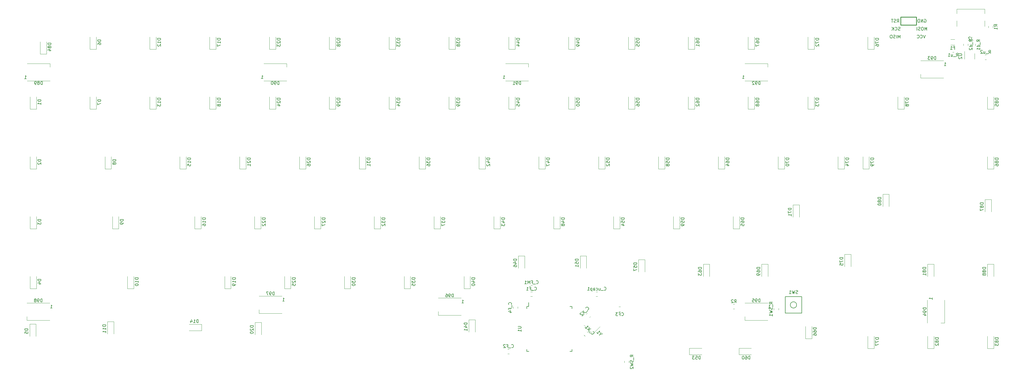
<source format=gbr>
%TF.GenerationSoftware,KiCad,Pcbnew,(5.1.9)-1*%
%TF.CreationDate,2021-05-13T20:29:08-04:00*%
%TF.ProjectId,rnm-75E,726e6d2d-3735-4452-9e6b-696361645f70,rev?*%
%TF.SameCoordinates,Original*%
%TF.FileFunction,Legend,Bot*%
%TF.FilePolarity,Positive*%
%FSLAX46Y46*%
G04 Gerber Fmt 4.6, Leading zero omitted, Abs format (unit mm)*
G04 Created by KiCad (PCBNEW (5.1.9)-1) date 2021-05-13 20:29:08*
%MOMM*%
%LPD*%
G01*
G04 APERTURE LIST*
%ADD10C,0.120000*%
%ADD11C,0.150000*%
%ADD12C,0.250000*%
G04 APERTURE END LIST*
D10*
%TO.C,C_X2*%
X254906761Y-186613792D02*
X254537294Y-186983259D01*
X255946208Y-187653239D02*
X255576741Y-188022706D01*
%TO.C,U2*%
X378210000Y-104010000D02*
X378210000Y-105810000D01*
X374990000Y-105810000D02*
X374990000Y-103360000D01*
D11*
%TO.C,U1*%
X235655000Y-184525000D02*
X236230000Y-184525000D01*
X235655000Y-198875000D02*
X236330000Y-198875000D01*
X250005000Y-198875000D02*
X249330000Y-198875000D01*
X250005000Y-184525000D02*
X249330000Y-184525000D01*
X235655000Y-184525000D02*
X235655000Y-185200000D01*
X250005000Y-184525000D02*
X250005000Y-185200000D01*
X250005000Y-198875000D02*
X250005000Y-198200000D01*
X235655000Y-198875000D02*
X235655000Y-198200000D01*
X236230000Y-184525000D02*
X236230000Y-183250000D01*
D12*
%TO.C,J1*%
X354687500Y-92452500D02*
X354687500Y-94952500D01*
X359687500Y-92452500D02*
X354687500Y-92452500D01*
X359687500Y-94952500D02*
X359687500Y-92452500D01*
X354687500Y-94952500D02*
X359687500Y-94952500D01*
D10*
%TO.C,J2*%
X372497750Y-95412000D02*
X372497750Y-93612000D01*
X372497750Y-89902000D02*
X372497750Y-91362000D01*
X381437750Y-89902000D02*
X381437750Y-91362000D01*
X381437750Y-95412000D02*
X381437750Y-93612000D01*
X381437750Y-89902000D02*
X372497750Y-89902000D01*
%TO.C,R2*%
X301788564Y-183859500D02*
X301334436Y-183859500D01*
X301788564Y-185329500D02*
X301334436Y-185329500D01*
%TO.C,C_FM1*%
X237372752Y-179297000D02*
X236850248Y-179297000D01*
X237372752Y-177827000D02*
X236850248Y-177827000D01*
%TO.C,Y1*%
X258962190Y-190937987D02*
X256628737Y-193271440D01*
X256628737Y-193271440D02*
X253800310Y-190443013D01*
D11*
%TO.C,SW1*%
X321536500Y-184063250D02*
G75*
G03*
X321536500Y-184063250I-1000000J0D01*
G01*
X317936500Y-181463250D02*
X317936500Y-186663250D01*
X323136500Y-181463250D02*
X317936500Y-181463250D01*
X323136500Y-186663250D02*
X323136500Y-181463250D01*
X317936500Y-186663250D02*
X323136500Y-186663250D01*
D10*
%TO.C,R_u2*%
X381957314Y-104484500D02*
X381503186Y-104484500D01*
X381957314Y-105954500D02*
X381503186Y-105954500D01*
%TO.C,R_u1*%
X371184436Y-103573250D02*
X371638564Y-103573250D01*
X371184436Y-102103250D02*
X371638564Y-102103250D01*
%TO.C,R_SW2*%
X266695250Y-202402814D02*
X266695250Y-201948686D01*
X268165250Y-202402814D02*
X268165250Y-201948686D01*
%TO.C,R_SW1*%
X315790250Y-185161186D02*
X315790250Y-185615314D01*
X314320250Y-185161186D02*
X314320250Y-185615314D01*
%TO.C,R_d2*%
X376115250Y-101477814D02*
X376115250Y-101023686D01*
X374645250Y-101477814D02*
X374645250Y-101023686D01*
%TO.C,R_d1*%
X378496500Y-101477814D02*
X378496500Y-101023686D01*
X377026500Y-101477814D02*
X377026500Y-101023686D01*
%TO.C,R1*%
X384052750Y-95802814D02*
X384052750Y-95348686D01*
X382582750Y-95802814D02*
X382582750Y-95348686D01*
%TO.C,F1*%
X370621936Y-99547000D02*
X371826064Y-99547000D01*
X370621936Y-101367000D02*
X371826064Y-101367000D01*
%TO.C,D98*%
X83755250Y-183432000D02*
X76455250Y-183432000D01*
X83755250Y-188932000D02*
X76455250Y-188932000D01*
X76455250Y-188932000D02*
X76455250Y-187782000D01*
%TO.C,D97*%
X150364000Y-186722000D02*
X150364000Y-185572000D01*
X157664000Y-186722000D02*
X150364000Y-186722000D01*
X157664000Y-181222000D02*
X150364000Y-181222000D01*
%TO.C,D96*%
X207424000Y-187344500D02*
X207424000Y-186194500D01*
X214724000Y-187344500D02*
X207424000Y-187344500D01*
X214724000Y-181844500D02*
X207424000Y-181844500D01*
%TO.C,D95*%
X305055250Y-188932000D02*
X305055250Y-187782000D01*
X312355250Y-188932000D02*
X305055250Y-188932000D01*
X312355250Y-183432000D02*
X305055250Y-183432000D01*
%TO.C,D94*%
X368605250Y-189832000D02*
X367455250Y-189832000D01*
X368605250Y-182532000D02*
X368605250Y-189832000D01*
X363105250Y-182532000D02*
X363105250Y-189832000D01*
%TO.C,D93*%
X361004000Y-111792000D02*
X361004000Y-110642000D01*
X368304000Y-111792000D02*
X361004000Y-111792000D01*
X368304000Y-106292000D02*
X361004000Y-106292000D01*
%TO.C,D92*%
X312355250Y-107232000D02*
X312355250Y-108382000D01*
X305055250Y-107232000D02*
X312355250Y-107232000D01*
X305055250Y-112732000D02*
X312355250Y-112732000D01*
%TO.C,D91*%
X236155250Y-107232000D02*
X236155250Y-108382000D01*
X228855250Y-107232000D02*
X236155250Y-107232000D01*
X228855250Y-112732000D02*
X236155250Y-112732000D01*
%TO.C,D90*%
X151861500Y-112732000D02*
X159161500Y-112732000D01*
X151861500Y-107232000D02*
X159161500Y-107232000D01*
X159161500Y-107232000D02*
X159161500Y-108382000D01*
%TO.C,D89*%
X83824000Y-107244500D02*
X83824000Y-108394500D01*
X76524000Y-107244500D02*
X83824000Y-107244500D01*
X76524000Y-112744500D02*
X83824000Y-112744500D01*
%TO.C,D88*%
X382317750Y-171107000D02*
X384317750Y-171107000D01*
X384317750Y-171107000D02*
X384317750Y-175007000D01*
X382317750Y-171107000D02*
X382317750Y-175007000D01*
%TO.C,D87*%
X381524000Y-150532000D02*
X383524000Y-150532000D01*
X383524000Y-150532000D02*
X383524000Y-154432000D01*
X381524000Y-150532000D02*
X381524000Y-154432000D01*
%TO.C,D86*%
X384317750Y-140807000D02*
X382317750Y-140807000D01*
X382317750Y-140807000D02*
X382317750Y-136907000D01*
X384317750Y-140807000D02*
X384317750Y-136907000D01*
%TO.C,D85*%
X384317750Y-121757000D02*
X382317750Y-121757000D01*
X382317750Y-121757000D02*
X382317750Y-117857000D01*
X384317750Y-121757000D02*
X384317750Y-117857000D01*
%TO.C,D84*%
X82692750Y-104232000D02*
X80692750Y-104232000D01*
X80692750Y-104232000D02*
X80692750Y-100332000D01*
X82692750Y-104232000D02*
X82692750Y-100332000D01*
%TO.C,D83*%
X384317750Y-197957000D02*
X382317750Y-197957000D01*
X382317750Y-197957000D02*
X382317750Y-194057000D01*
X384317750Y-197957000D02*
X384317750Y-194057000D01*
%TO.C,D82*%
X365267750Y-197957000D02*
X363267750Y-197957000D01*
X363267750Y-197957000D02*
X363267750Y-194057000D01*
X365267750Y-197957000D02*
X365267750Y-194057000D01*
%TO.C,D81*%
X363236000Y-171107000D02*
X365236000Y-171107000D01*
X365236000Y-171107000D02*
X365236000Y-175007000D01*
X363236000Y-171107000D02*
X363236000Y-175007000D01*
%TO.C,D80*%
X348980250Y-148819500D02*
X350980250Y-148819500D01*
X350980250Y-148819500D02*
X350980250Y-152719500D01*
X348980250Y-148819500D02*
X348980250Y-152719500D01*
%TO.C,D79*%
X344630250Y-140807000D02*
X342630250Y-140807000D01*
X342630250Y-140807000D02*
X342630250Y-136907000D01*
X344630250Y-140807000D02*
X344630250Y-136907000D01*
%TO.C,D78*%
X355742750Y-121757000D02*
X353742750Y-121757000D01*
X353742750Y-121757000D02*
X353742750Y-117857000D01*
X355742750Y-121757000D02*
X355742750Y-117857000D01*
%TO.C,D77*%
X346217750Y-197957000D02*
X344217750Y-197957000D01*
X344217750Y-197957000D02*
X344217750Y-194057000D01*
X346217750Y-197957000D02*
X346217750Y-194057000D01*
%TO.C,D76*%
X346217750Y-102707000D02*
X344217750Y-102707000D01*
X344217750Y-102707000D02*
X344217750Y-98807000D01*
X346217750Y-102707000D02*
X346217750Y-98807000D01*
%TO.C,D75*%
X336820000Y-167932000D02*
X338820000Y-167932000D01*
X338820000Y-167932000D02*
X338820000Y-171832000D01*
X336820000Y-167932000D02*
X336820000Y-171832000D01*
%TO.C,D74*%
X336692750Y-140807000D02*
X334692750Y-140807000D01*
X334692750Y-140807000D02*
X334692750Y-136907000D01*
X336692750Y-140807000D02*
X336692750Y-136907000D01*
%TO.C,D73*%
X327167750Y-121757000D02*
X325167750Y-121757000D01*
X325167750Y-121757000D02*
X325167750Y-117857000D01*
X327167750Y-121757000D02*
X327167750Y-117857000D01*
%TO.C,D72*%
X327167750Y-102707000D02*
X325167750Y-102707000D01*
X325167750Y-102707000D02*
X325167750Y-98807000D01*
X327167750Y-102707000D02*
X327167750Y-98807000D01*
%TO.C,D71*%
X320405250Y-152244500D02*
X322405250Y-152244500D01*
X322405250Y-152244500D02*
X322405250Y-156144500D01*
X320405250Y-152244500D02*
X320405250Y-156144500D01*
%TO.C,D70*%
X317642750Y-140807000D02*
X315642750Y-140807000D01*
X315642750Y-140807000D02*
X315642750Y-136907000D01*
X317642750Y-140807000D02*
X317642750Y-136907000D01*
%TO.C,D69*%
X310404000Y-171107000D02*
X312404000Y-171107000D01*
X312404000Y-171107000D02*
X312404000Y-175007000D01*
X310404000Y-171107000D02*
X310404000Y-175007000D01*
%TO.C,D68*%
X308117750Y-121757000D02*
X306117750Y-121757000D01*
X306117750Y-121757000D02*
X306117750Y-117857000D01*
X308117750Y-121757000D02*
X308117750Y-117857000D01*
%TO.C,D67*%
X308117750Y-102707000D02*
X306117750Y-102707000D01*
X306117750Y-102707000D02*
X306117750Y-98807000D01*
X308117750Y-102707000D02*
X308117750Y-98807000D01*
%TO.C,D66*%
X326374000Y-194782000D02*
X324374000Y-194782000D01*
X324374000Y-194782000D02*
X324374000Y-190882000D01*
X326374000Y-194782000D02*
X326374000Y-190882000D01*
%TO.C,D65*%
X303355250Y-159857000D02*
X301355250Y-159857000D01*
X301355250Y-159857000D02*
X301355250Y-155957000D01*
X303355250Y-159857000D02*
X303355250Y-155957000D01*
%TO.C,D64*%
X298592750Y-140807000D02*
X296592750Y-140807000D01*
X296592750Y-140807000D02*
X296592750Y-136907000D01*
X298592750Y-140807000D02*
X298592750Y-136907000D01*
%TO.C,D63*%
X291830250Y-171107000D02*
X293830250Y-171107000D01*
X293830250Y-171107000D02*
X293830250Y-175007000D01*
X291830250Y-171107000D02*
X291830250Y-175007000D01*
%TO.C,D62*%
X289067750Y-121757000D02*
X287067750Y-121757000D01*
X287067750Y-121757000D02*
X287067750Y-117857000D01*
X289067750Y-121757000D02*
X289067750Y-117857000D01*
%TO.C,D61*%
X289067750Y-102707000D02*
X287067750Y-102707000D01*
X287067750Y-102707000D02*
X287067750Y-98807000D01*
X289067750Y-102707000D02*
X289067750Y-98807000D01*
%TO.C,D60*%
X303217750Y-199882000D02*
X303217750Y-197882000D01*
X303217750Y-197882000D02*
X307117750Y-197882000D01*
X303217750Y-199882000D02*
X307117750Y-199882000D01*
%TO.C,D59*%
X284305250Y-159857000D02*
X282305250Y-159857000D01*
X282305250Y-159857000D02*
X282305250Y-155957000D01*
X284305250Y-159857000D02*
X284305250Y-155957000D01*
%TO.C,D58*%
X279542750Y-140807000D02*
X277542750Y-140807000D01*
X277542750Y-140807000D02*
X277542750Y-136907000D01*
X279542750Y-140807000D02*
X279542750Y-136907000D01*
%TO.C,D57*%
X271192750Y-169644500D02*
X273192750Y-169644500D01*
X273192750Y-169644500D02*
X273192750Y-173544500D01*
X271192750Y-169644500D02*
X271192750Y-173544500D01*
%TO.C,D56*%
X270017750Y-121757000D02*
X268017750Y-121757000D01*
X268017750Y-121757000D02*
X268017750Y-117857000D01*
X270017750Y-121757000D02*
X270017750Y-117857000D01*
%TO.C,D55*%
X270017750Y-102707000D02*
X268017750Y-102707000D01*
X268017750Y-102707000D02*
X268017750Y-98807000D01*
X270017750Y-102707000D02*
X270017750Y-98807000D01*
%TO.C,D54*%
X265255250Y-159857000D02*
X263255250Y-159857000D01*
X263255250Y-159857000D02*
X263255250Y-155957000D01*
X265255250Y-159857000D02*
X265255250Y-155957000D01*
%TO.C,D53*%
X287405250Y-199882000D02*
X287405250Y-197882000D01*
X287405250Y-197882000D02*
X291305250Y-197882000D01*
X287405250Y-199882000D02*
X291305250Y-199882000D01*
%TO.C,D52*%
X260492750Y-140807000D02*
X258492750Y-140807000D01*
X258492750Y-140807000D02*
X258492750Y-136907000D01*
X260492750Y-140807000D02*
X260492750Y-136907000D01*
%TO.C,D51*%
X252619000Y-168437000D02*
X254619000Y-168437000D01*
X254619000Y-168437000D02*
X254619000Y-172337000D01*
X252619000Y-168437000D02*
X252619000Y-172337000D01*
%TO.C,D50*%
X250967750Y-121757000D02*
X248967750Y-121757000D01*
X248967750Y-121757000D02*
X248967750Y-117857000D01*
X250967750Y-121757000D02*
X250967750Y-117857000D01*
%TO.C,D49*%
X250967750Y-102707000D02*
X248967750Y-102707000D01*
X248967750Y-102707000D02*
X248967750Y-98807000D01*
X250967750Y-102707000D02*
X250967750Y-98807000D01*
%TO.C,D48*%
X246205250Y-159857000D02*
X244205250Y-159857000D01*
X244205250Y-159857000D02*
X244205250Y-155957000D01*
X246205250Y-159857000D02*
X246205250Y-155957000D01*
%TO.C,D47*%
X241442750Y-140807000D02*
X239442750Y-140807000D01*
X239442750Y-140807000D02*
X239442750Y-136907000D01*
X241442750Y-140807000D02*
X241442750Y-136907000D01*
%TO.C,D46*%
X232934000Y-168437000D02*
X234934000Y-168437000D01*
X234934000Y-168437000D02*
X234934000Y-172337000D01*
X232934000Y-168437000D02*
X232934000Y-172337000D01*
%TO.C,D45*%
X231917750Y-121757000D02*
X229917750Y-121757000D01*
X229917750Y-121757000D02*
X229917750Y-117857000D01*
X231917750Y-121757000D02*
X231917750Y-117857000D01*
%TO.C,D44*%
X231917750Y-102707000D02*
X229917750Y-102707000D01*
X229917750Y-102707000D02*
X229917750Y-98807000D01*
X231917750Y-102707000D02*
X231917750Y-98807000D01*
%TO.C,D43*%
X227155250Y-159857000D02*
X225155250Y-159857000D01*
X225155250Y-159857000D02*
X225155250Y-155957000D01*
X227155250Y-159857000D02*
X227155250Y-155957000D01*
%TO.C,D42*%
X222392750Y-140807000D02*
X220392750Y-140807000D01*
X220392750Y-140807000D02*
X220392750Y-136907000D01*
X222392750Y-140807000D02*
X222392750Y-136907000D01*
%TO.C,D41*%
X217217750Y-188757000D02*
X219217750Y-188757000D01*
X219217750Y-188757000D02*
X219217750Y-192657000D01*
X217217750Y-188757000D02*
X217217750Y-192657000D01*
%TO.C,D40*%
X217630250Y-178907000D02*
X215630250Y-178907000D01*
X215630250Y-178907000D02*
X215630250Y-175007000D01*
X217630250Y-178907000D02*
X217630250Y-175007000D01*
%TO.C,D39*%
X212867750Y-121757000D02*
X210867750Y-121757000D01*
X210867750Y-121757000D02*
X210867750Y-117857000D01*
X212867750Y-121757000D02*
X212867750Y-117857000D01*
%TO.C,D38*%
X212867750Y-102707000D02*
X210867750Y-102707000D01*
X210867750Y-102707000D02*
X210867750Y-98807000D01*
X212867750Y-102707000D02*
X212867750Y-98807000D01*
%TO.C,D37*%
X208105250Y-159857000D02*
X206105250Y-159857000D01*
X206105250Y-159857000D02*
X206105250Y-155957000D01*
X208105250Y-159857000D02*
X208105250Y-155957000D01*
%TO.C,D36*%
X203342750Y-140807000D02*
X201342750Y-140807000D01*
X201342750Y-140807000D02*
X201342750Y-136907000D01*
X203342750Y-140807000D02*
X203342750Y-136907000D01*
%TO.C,D35*%
X198580250Y-178907000D02*
X196580250Y-178907000D01*
X196580250Y-178907000D02*
X196580250Y-175007000D01*
X198580250Y-178907000D02*
X198580250Y-175007000D01*
%TO.C,D34*%
X193817750Y-121757000D02*
X191817750Y-121757000D01*
X191817750Y-121757000D02*
X191817750Y-117857000D01*
X193817750Y-121757000D02*
X193817750Y-117857000D01*
%TO.C,D33*%
X193817750Y-102707000D02*
X191817750Y-102707000D01*
X191817750Y-102707000D02*
X191817750Y-98807000D01*
X193817750Y-102707000D02*
X193817750Y-98807000D01*
%TO.C,D32*%
X189055250Y-159857000D02*
X187055250Y-159857000D01*
X187055250Y-159857000D02*
X187055250Y-155957000D01*
X189055250Y-159857000D02*
X189055250Y-155957000D01*
%TO.C,D31*%
X184292750Y-140807000D02*
X182292750Y-140807000D01*
X182292750Y-140807000D02*
X182292750Y-136907000D01*
X184292750Y-140807000D02*
X184292750Y-136907000D01*
%TO.C,D30*%
X179530250Y-178907000D02*
X177530250Y-178907000D01*
X177530250Y-178907000D02*
X177530250Y-175007000D01*
X179530250Y-178907000D02*
X179530250Y-175007000D01*
%TO.C,D29*%
X174767750Y-121757000D02*
X172767750Y-121757000D01*
X172767750Y-121757000D02*
X172767750Y-117857000D01*
X174767750Y-121757000D02*
X174767750Y-117857000D01*
%TO.C,D28*%
X174767750Y-102707000D02*
X172767750Y-102707000D01*
X172767750Y-102707000D02*
X172767750Y-98807000D01*
X174767750Y-102707000D02*
X174767750Y-98807000D01*
%TO.C,D27*%
X170005250Y-159857000D02*
X168005250Y-159857000D01*
X168005250Y-159857000D02*
X168005250Y-155957000D01*
X170005250Y-159857000D02*
X170005250Y-155957000D01*
%TO.C,D26*%
X165242750Y-140807000D02*
X163242750Y-140807000D01*
X163242750Y-140807000D02*
X163242750Y-136907000D01*
X165242750Y-140807000D02*
X165242750Y-136907000D01*
%TO.C,D25*%
X160480250Y-178907000D02*
X158480250Y-178907000D01*
X158480250Y-178907000D02*
X158480250Y-175007000D01*
X160480250Y-178907000D02*
X160480250Y-175007000D01*
%TO.C,D24*%
X155717750Y-121757000D02*
X153717750Y-121757000D01*
X153717750Y-121757000D02*
X153717750Y-117857000D01*
X155717750Y-121757000D02*
X155717750Y-117857000D01*
%TO.C,D23*%
X155717750Y-102707000D02*
X153717750Y-102707000D01*
X153717750Y-102707000D02*
X153717750Y-98807000D01*
X155717750Y-102707000D02*
X155717750Y-98807000D01*
%TO.C,D22*%
X150955250Y-159857000D02*
X148955250Y-159857000D01*
X148955250Y-159857000D02*
X148955250Y-155957000D01*
X150955250Y-159857000D02*
X150955250Y-155957000D01*
%TO.C,D21*%
X146192750Y-140807000D02*
X144192750Y-140807000D01*
X144192750Y-140807000D02*
X144192750Y-136907000D01*
X146192750Y-140807000D02*
X146192750Y-136907000D01*
%TO.C,D20*%
X149114000Y-189647000D02*
X151114000Y-189647000D01*
X151114000Y-189647000D02*
X151114000Y-193547000D01*
X149114000Y-189647000D02*
X149114000Y-193547000D01*
%TO.C,D19*%
X141430250Y-178907000D02*
X139430250Y-178907000D01*
X139430250Y-178907000D02*
X139430250Y-175007000D01*
X141430250Y-178907000D02*
X141430250Y-175007000D01*
%TO.C,D18*%
X136667750Y-121757000D02*
X134667750Y-121757000D01*
X134667750Y-121757000D02*
X134667750Y-117857000D01*
X136667750Y-121757000D02*
X136667750Y-117857000D01*
%TO.C,D17*%
X136667750Y-102707000D02*
X134667750Y-102707000D01*
X134667750Y-102707000D02*
X134667750Y-98807000D01*
X136667750Y-102707000D02*
X136667750Y-98807000D01*
%TO.C,D16*%
X131905250Y-159857000D02*
X129905250Y-159857000D01*
X129905250Y-159857000D02*
X129905250Y-155957000D01*
X131905250Y-159857000D02*
X131905250Y-155957000D01*
%TO.C,D15*%
X127142750Y-140807000D02*
X125142750Y-140807000D01*
X125142750Y-140807000D02*
X125142750Y-136907000D01*
X127142750Y-140807000D02*
X127142750Y-136907000D01*
%TO.C,D14*%
X132044000Y-190262000D02*
X132044000Y-192262000D01*
X132044000Y-192262000D02*
X128144000Y-192262000D01*
X132044000Y-190262000D02*
X128144000Y-190262000D01*
%TO.C,D13*%
X117617750Y-121757000D02*
X115617750Y-121757000D01*
X115617750Y-121757000D02*
X115617750Y-117857000D01*
X117617750Y-121757000D02*
X117617750Y-117857000D01*
%TO.C,D12*%
X117617750Y-102707000D02*
X115617750Y-102707000D01*
X115617750Y-102707000D02*
X115617750Y-98807000D01*
X117617750Y-102707000D02*
X117617750Y-98807000D01*
%TO.C,D11*%
X102124000Y-189392000D02*
X104124000Y-189392000D01*
X104124000Y-189392000D02*
X104124000Y-193292000D01*
X102124000Y-189392000D02*
X102124000Y-193292000D01*
%TO.C,D10*%
X110474000Y-178907000D02*
X108474000Y-178907000D01*
X108474000Y-178907000D02*
X108474000Y-175007000D01*
X110474000Y-178907000D02*
X110474000Y-175007000D01*
%TO.C,D9*%
X105711500Y-159857000D02*
X103711500Y-159857000D01*
X103711500Y-159857000D02*
X103711500Y-155957000D01*
X105711500Y-159857000D02*
X105711500Y-155957000D01*
%TO.C,D8*%
X103330250Y-140807000D02*
X101330250Y-140807000D01*
X101330250Y-140807000D02*
X101330250Y-136907000D01*
X103330250Y-140807000D02*
X103330250Y-136907000D01*
%TO.C,D7*%
X98567750Y-121757000D02*
X96567750Y-121757000D01*
X96567750Y-121757000D02*
X96567750Y-117857000D01*
X98567750Y-121757000D02*
X98567750Y-117857000D01*
%TO.C,D6*%
X98567750Y-102707000D02*
X96567750Y-102707000D01*
X96567750Y-102707000D02*
X96567750Y-98807000D01*
X98567750Y-102707000D02*
X98567750Y-98807000D01*
%TO.C,D5*%
X77359000Y-190157000D02*
X79359000Y-190157000D01*
X79359000Y-190157000D02*
X79359000Y-194057000D01*
X77359000Y-190157000D02*
X77359000Y-194057000D01*
%TO.C,D4*%
X79517750Y-178907000D02*
X77517750Y-178907000D01*
X77517750Y-178907000D02*
X77517750Y-175007000D01*
X79517750Y-178907000D02*
X79517750Y-175007000D01*
%TO.C,D3*%
X79517750Y-159857000D02*
X77517750Y-159857000D01*
X77517750Y-159857000D02*
X77517750Y-155957000D01*
X79517750Y-159857000D02*
X79517750Y-155957000D01*
%TO.C,D2*%
X79517750Y-140807000D02*
X77517750Y-140807000D01*
X77517750Y-140807000D02*
X77517750Y-136907000D01*
X79517750Y-140807000D02*
X79517750Y-136907000D01*
%TO.C,D1*%
X79517750Y-121757000D02*
X77517750Y-121757000D01*
X77517750Y-121757000D02*
X77517750Y-117857000D01*
X79517750Y-121757000D02*
X79517750Y-117857000D01*
%TO.C,CF3*%
X264943998Y-184653250D02*
X265466502Y-184653250D01*
X264943998Y-186123250D02*
X265466502Y-186123250D01*
%TO.C,C_X1*%
X255212457Y-192959010D02*
X254842990Y-192589543D01*
X254173010Y-193998457D02*
X253803543Y-193628990D01*
%TO.C,C_ucap1*%
X258166502Y-181360750D02*
X257643998Y-181360750D01*
X258166502Y-179890750D02*
X257643998Y-179890750D01*
%TO.C,C_F4*%
X232764000Y-184650748D02*
X232764000Y-185173252D01*
X231294000Y-184650748D02*
X231294000Y-185173252D01*
%TO.C,C_F2*%
X230065252Y-199617000D02*
X229542748Y-199617000D01*
X230065252Y-198147000D02*
X229542748Y-198147000D01*
%TO.C,C_F1*%
X237372752Y-181360750D02*
X236850248Y-181360750D01*
X237372752Y-179890750D02*
X236850248Y-179890750D01*
%TO.C,C_X2*%
D11*
X255030292Y-185658905D02*
X255097636Y-185658905D01*
X255232323Y-185591561D01*
X255299666Y-185524218D01*
X255367010Y-185389531D01*
X255367010Y-185254844D01*
X255333338Y-185153829D01*
X255232323Y-184985470D01*
X255131308Y-184884455D01*
X254962949Y-184783439D01*
X254861934Y-184749768D01*
X254727247Y-184749768D01*
X254592560Y-184817111D01*
X254525216Y-184884455D01*
X254457873Y-185019142D01*
X254457873Y-185086485D01*
X255030292Y-185928279D02*
X254491544Y-186467027D01*
X253616079Y-185793592D02*
X253851781Y-186972103D01*
X253144674Y-186264997D02*
X254323186Y-186500699D01*
X252976315Y-186568042D02*
X252908972Y-186568042D01*
X252807957Y-186601714D01*
X252639598Y-186770073D01*
X252605926Y-186871088D01*
X252605926Y-186938432D01*
X252639598Y-187039447D01*
X252706941Y-187106790D01*
X252841628Y-187174134D01*
X253649750Y-187174134D01*
X253212018Y-187611867D01*
%TO.C,U2*%
X373152380Y-104148095D02*
X373961904Y-104148095D01*
X374057142Y-104195714D01*
X374104761Y-104243333D01*
X374152380Y-104338571D01*
X374152380Y-104529047D01*
X374104761Y-104624285D01*
X374057142Y-104671904D01*
X373961904Y-104719523D01*
X373152380Y-104719523D01*
X373247619Y-105148095D02*
X373200000Y-105195714D01*
X373152380Y-105290952D01*
X373152380Y-105529047D01*
X373200000Y-105624285D01*
X373247619Y-105671904D01*
X373342857Y-105719523D01*
X373438095Y-105719523D01*
X373580952Y-105671904D01*
X374152380Y-105100476D01*
X374152380Y-105719523D01*
%TO.C,U1*%
X232832380Y-190938095D02*
X233641904Y-190938095D01*
X233737142Y-190985714D01*
X233784761Y-191033333D01*
X233832380Y-191128571D01*
X233832380Y-191319047D01*
X233784761Y-191414285D01*
X233737142Y-191461904D01*
X233641904Y-191509523D01*
X232832380Y-191509523D01*
X233832380Y-192509523D02*
X233832380Y-191938095D01*
X233832380Y-192223809D02*
X232832380Y-192223809D01*
X232975238Y-192128571D01*
X233070476Y-192033333D01*
X233118095Y-191938095D01*
%TO.C,J1*%
X354508928Y-99154880D02*
X354508928Y-98154880D01*
X354175595Y-98869166D01*
X353842261Y-98154880D01*
X353842261Y-99154880D01*
X353366071Y-99154880D02*
X353366071Y-98154880D01*
X352937500Y-99107261D02*
X352794642Y-99154880D01*
X352556547Y-99154880D01*
X352461309Y-99107261D01*
X352413690Y-99059642D01*
X352366071Y-98964404D01*
X352366071Y-98869166D01*
X352413690Y-98773928D01*
X352461309Y-98726309D01*
X352556547Y-98678690D01*
X352747023Y-98631071D01*
X352842261Y-98583452D01*
X352889880Y-98535833D01*
X352937500Y-98440595D01*
X352937500Y-98345357D01*
X352889880Y-98250119D01*
X352842261Y-98202500D01*
X352747023Y-98154880D01*
X352508928Y-98154880D01*
X352366071Y-98202500D01*
X351747023Y-98154880D02*
X351556547Y-98154880D01*
X351461309Y-98202500D01*
X351366071Y-98297738D01*
X351318452Y-98488214D01*
X351318452Y-98821547D01*
X351366071Y-99012023D01*
X351461309Y-99107261D01*
X351556547Y-99154880D01*
X351747023Y-99154880D01*
X351842261Y-99107261D01*
X351937500Y-99012023D01*
X351985119Y-98821547D01*
X351985119Y-98488214D01*
X351937500Y-98297738D01*
X351842261Y-98202500D01*
X351747023Y-98154880D01*
X362520833Y-98154880D02*
X362187500Y-99154880D01*
X361854166Y-98154880D01*
X360949404Y-99059642D02*
X360997023Y-99107261D01*
X361139880Y-99154880D01*
X361235119Y-99154880D01*
X361377976Y-99107261D01*
X361473214Y-99012023D01*
X361520833Y-98916785D01*
X361568452Y-98726309D01*
X361568452Y-98583452D01*
X361520833Y-98392976D01*
X361473214Y-98297738D01*
X361377976Y-98202500D01*
X361235119Y-98154880D01*
X361139880Y-98154880D01*
X360997023Y-98202500D01*
X360949404Y-98250119D01*
X359949404Y-99059642D02*
X359997023Y-99107261D01*
X360139880Y-99154880D01*
X360235119Y-99154880D01*
X360377976Y-99107261D01*
X360473214Y-99012023D01*
X360520833Y-98916785D01*
X360568452Y-98726309D01*
X360568452Y-98583452D01*
X360520833Y-98392976D01*
X360473214Y-98297738D01*
X360377976Y-98202500D01*
X360235119Y-98154880D01*
X360139880Y-98154880D01*
X359997023Y-98202500D01*
X359949404Y-98250119D01*
X354473214Y-96607261D02*
X354330357Y-96654880D01*
X354092261Y-96654880D01*
X353997023Y-96607261D01*
X353949404Y-96559642D01*
X353901785Y-96464404D01*
X353901785Y-96369166D01*
X353949404Y-96273928D01*
X353997023Y-96226309D01*
X354092261Y-96178690D01*
X354282738Y-96131071D01*
X354377976Y-96083452D01*
X354425595Y-96035833D01*
X354473214Y-95940595D01*
X354473214Y-95845357D01*
X354425595Y-95750119D01*
X354377976Y-95702500D01*
X354282738Y-95654880D01*
X354044642Y-95654880D01*
X353901785Y-95702500D01*
X352901785Y-96559642D02*
X352949404Y-96607261D01*
X353092261Y-96654880D01*
X353187500Y-96654880D01*
X353330357Y-96607261D01*
X353425595Y-96512023D01*
X353473214Y-96416785D01*
X353520833Y-96226309D01*
X353520833Y-96083452D01*
X353473214Y-95892976D01*
X353425595Y-95797738D01*
X353330357Y-95702500D01*
X353187500Y-95654880D01*
X353092261Y-95654880D01*
X352949404Y-95702500D01*
X352901785Y-95750119D01*
X352473214Y-96654880D02*
X352473214Y-95654880D01*
X351901785Y-96654880D02*
X352330357Y-96083452D01*
X351901785Y-95654880D02*
X352473214Y-96226309D01*
X363008928Y-96654880D02*
X363008928Y-95654880D01*
X362675595Y-96369166D01*
X362342261Y-95654880D01*
X362342261Y-96654880D01*
X361675595Y-95654880D02*
X361485119Y-95654880D01*
X361389880Y-95702500D01*
X361294642Y-95797738D01*
X361247023Y-95988214D01*
X361247023Y-96321547D01*
X361294642Y-96512023D01*
X361389880Y-96607261D01*
X361485119Y-96654880D01*
X361675595Y-96654880D01*
X361770833Y-96607261D01*
X361866071Y-96512023D01*
X361913690Y-96321547D01*
X361913690Y-95988214D01*
X361866071Y-95797738D01*
X361770833Y-95702500D01*
X361675595Y-95654880D01*
X360866071Y-96607261D02*
X360723214Y-96654880D01*
X360485119Y-96654880D01*
X360389880Y-96607261D01*
X360342261Y-96559642D01*
X360294642Y-96464404D01*
X360294642Y-96369166D01*
X360342261Y-96273928D01*
X360389880Y-96226309D01*
X360485119Y-96178690D01*
X360675595Y-96131071D01*
X360770833Y-96083452D01*
X360818452Y-96035833D01*
X360866071Y-95940595D01*
X360866071Y-95845357D01*
X360818452Y-95750119D01*
X360770833Y-95702500D01*
X360675595Y-95654880D01*
X360437500Y-95654880D01*
X360294642Y-95702500D01*
X359866071Y-96654880D02*
X359866071Y-95654880D01*
X353485119Y-94154880D02*
X353818452Y-93678690D01*
X354056547Y-94154880D02*
X354056547Y-93154880D01*
X353675595Y-93154880D01*
X353580357Y-93202500D01*
X353532738Y-93250119D01*
X353485119Y-93345357D01*
X353485119Y-93488214D01*
X353532738Y-93583452D01*
X353580357Y-93631071D01*
X353675595Y-93678690D01*
X354056547Y-93678690D01*
X353104166Y-94107261D02*
X352961309Y-94154880D01*
X352723214Y-94154880D01*
X352627976Y-94107261D01*
X352580357Y-94059642D01*
X352532738Y-93964404D01*
X352532738Y-93869166D01*
X352580357Y-93773928D01*
X352627976Y-93726309D01*
X352723214Y-93678690D01*
X352913690Y-93631071D01*
X353008928Y-93583452D01*
X353056547Y-93535833D01*
X353104166Y-93440595D01*
X353104166Y-93345357D01*
X353056547Y-93250119D01*
X353008928Y-93202500D01*
X352913690Y-93154880D01*
X352675595Y-93154880D01*
X352532738Y-93202500D01*
X352247023Y-93154880D02*
X351675595Y-93154880D01*
X351961309Y-94154880D02*
X351961309Y-93154880D01*
X362199404Y-93202500D02*
X362294642Y-93154880D01*
X362437500Y-93154880D01*
X362580357Y-93202500D01*
X362675595Y-93297738D01*
X362723214Y-93392976D01*
X362770833Y-93583452D01*
X362770833Y-93726309D01*
X362723214Y-93916785D01*
X362675595Y-94012023D01*
X362580357Y-94107261D01*
X362437500Y-94154880D01*
X362342261Y-94154880D01*
X362199404Y-94107261D01*
X362151785Y-94059642D01*
X362151785Y-93726309D01*
X362342261Y-93726309D01*
X361723214Y-94154880D02*
X361723214Y-93154880D01*
X361151785Y-94154880D01*
X361151785Y-93154880D01*
X360675595Y-94154880D02*
X360675595Y-93154880D01*
X360437500Y-93154880D01*
X360294642Y-93202500D01*
X360199404Y-93297738D01*
X360151785Y-93392976D01*
X360104166Y-93583452D01*
X360104166Y-93726309D01*
X360151785Y-93916785D01*
X360199404Y-94012023D01*
X360294642Y-94107261D01*
X360437500Y-94154880D01*
X360675595Y-94154880D01*
%TO.C,J2*%
X377301083Y-98774380D02*
X377301083Y-99488666D01*
X377348702Y-99631523D01*
X377443940Y-99726761D01*
X377586797Y-99774380D01*
X377682035Y-99774380D01*
X376872511Y-98869619D02*
X376824892Y-98822000D01*
X376729654Y-98774380D01*
X376491559Y-98774380D01*
X376396321Y-98822000D01*
X376348702Y-98869619D01*
X376301083Y-98964857D01*
X376301083Y-99060095D01*
X376348702Y-99202952D01*
X376920130Y-99774380D01*
X376301083Y-99774380D01*
%TO.C,R2*%
X301728166Y-183396880D02*
X302061500Y-182920690D01*
X302299595Y-183396880D02*
X302299595Y-182396880D01*
X301918642Y-182396880D01*
X301823404Y-182444500D01*
X301775785Y-182492119D01*
X301728166Y-182587357D01*
X301728166Y-182730214D01*
X301775785Y-182825452D01*
X301823404Y-182873071D01*
X301918642Y-182920690D01*
X302299595Y-182920690D01*
X301347214Y-182492119D02*
X301299595Y-182444500D01*
X301204357Y-182396880D01*
X300966261Y-182396880D01*
X300871023Y-182444500D01*
X300823404Y-182492119D01*
X300775785Y-182587357D01*
X300775785Y-182682595D01*
X300823404Y-182825452D01*
X301394833Y-183396880D01*
X300775785Y-183396880D01*
%TO.C,C_FM1*%
X238659119Y-177239142D02*
X238706738Y-177286761D01*
X238849595Y-177334380D01*
X238944833Y-177334380D01*
X239087690Y-177286761D01*
X239182928Y-177191523D01*
X239230547Y-177096285D01*
X239278166Y-176905809D01*
X239278166Y-176762952D01*
X239230547Y-176572476D01*
X239182928Y-176477238D01*
X239087690Y-176382000D01*
X238944833Y-176334380D01*
X238849595Y-176334380D01*
X238706738Y-176382000D01*
X238659119Y-176429619D01*
X238468642Y-177429619D02*
X237706738Y-177429619D01*
X237135309Y-176810571D02*
X237468642Y-176810571D01*
X237468642Y-177334380D02*
X237468642Y-176334380D01*
X236992452Y-176334380D01*
X236611500Y-177334380D02*
X236611500Y-176334380D01*
X236278166Y-177048666D01*
X235944833Y-176334380D01*
X235944833Y-177334380D01*
X234944833Y-177334380D02*
X235516261Y-177334380D01*
X235230547Y-177334380D02*
X235230547Y-176334380D01*
X235325785Y-176477238D01*
X235421023Y-176572476D01*
X235516261Y-176620095D01*
%TO.C,Y1*%
X259116053Y-193391631D02*
X258779335Y-193728349D01*
X259722144Y-193256944D02*
X259116053Y-193391631D01*
X259250740Y-192785540D01*
X257937542Y-192886555D02*
X258341603Y-193290616D01*
X258139572Y-193088585D02*
X258846679Y-192381479D01*
X258813007Y-192549837D01*
X258813007Y-192684524D01*
X258846679Y-192785540D01*
%TO.C,SW1*%
X321869833Y-180404011D02*
X321726976Y-180451630D01*
X321488880Y-180451630D01*
X321393642Y-180404011D01*
X321346023Y-180356392D01*
X321298404Y-180261154D01*
X321298404Y-180165916D01*
X321346023Y-180070678D01*
X321393642Y-180023059D01*
X321488880Y-179975440D01*
X321679357Y-179927821D01*
X321774595Y-179880202D01*
X321822214Y-179832583D01*
X321869833Y-179737345D01*
X321869833Y-179642107D01*
X321822214Y-179546869D01*
X321774595Y-179499250D01*
X321679357Y-179451630D01*
X321441261Y-179451630D01*
X321298404Y-179499250D01*
X320965071Y-179451630D02*
X320726976Y-180451630D01*
X320536500Y-179737345D01*
X320346023Y-180451630D01*
X320107928Y-179451630D01*
X319203166Y-180451630D02*
X319774595Y-180451630D01*
X319488880Y-180451630D02*
X319488880Y-179451630D01*
X319584119Y-179594488D01*
X319679357Y-179689726D01*
X319774595Y-179737345D01*
%TO.C,R_u2*%
X382730250Y-104021880D02*
X383063583Y-103545690D01*
X383301678Y-104021880D02*
X383301678Y-103021880D01*
X382920726Y-103021880D01*
X382825488Y-103069500D01*
X382777869Y-103117119D01*
X382730250Y-103212357D01*
X382730250Y-103355214D01*
X382777869Y-103450452D01*
X382825488Y-103498071D01*
X382920726Y-103545690D01*
X383301678Y-103545690D01*
X382539773Y-104117119D02*
X381777869Y-104117119D01*
X381111202Y-103355214D02*
X381111202Y-104021880D01*
X381539773Y-103355214D02*
X381539773Y-103879023D01*
X381492154Y-103974261D01*
X381396916Y-104021880D01*
X381254059Y-104021880D01*
X381158821Y-103974261D01*
X381111202Y-103926642D01*
X380682630Y-103117119D02*
X380635011Y-103069500D01*
X380539773Y-103021880D01*
X380301678Y-103021880D01*
X380206440Y-103069500D01*
X380158821Y-103117119D01*
X380111202Y-103212357D01*
X380111202Y-103307595D01*
X380158821Y-103450452D01*
X380730250Y-104021880D01*
X380111202Y-104021880D01*
%TO.C,R_u1*%
X372411500Y-104940630D02*
X372744833Y-104464440D01*
X372982928Y-104940630D02*
X372982928Y-103940630D01*
X372601976Y-103940630D01*
X372506738Y-103988250D01*
X372459119Y-104035869D01*
X372411500Y-104131107D01*
X372411500Y-104273964D01*
X372459119Y-104369202D01*
X372506738Y-104416821D01*
X372601976Y-104464440D01*
X372982928Y-104464440D01*
X372221023Y-105035869D02*
X371459119Y-105035869D01*
X370792452Y-104273964D02*
X370792452Y-104940630D01*
X371221023Y-104273964D02*
X371221023Y-104797773D01*
X371173404Y-104893011D01*
X371078166Y-104940630D01*
X370935309Y-104940630D01*
X370840071Y-104893011D01*
X370792452Y-104845392D01*
X369792452Y-104940630D02*
X370363880Y-104940630D01*
X370078166Y-104940630D02*
X370078166Y-103940630D01*
X370173404Y-104083488D01*
X370268642Y-104178726D01*
X370363880Y-104226345D01*
%TO.C,R_SW2*%
X269532630Y-200580511D02*
X269056440Y-200247178D01*
X269532630Y-200009083D02*
X268532630Y-200009083D01*
X268532630Y-200390035D01*
X268580250Y-200485273D01*
X268627869Y-200532892D01*
X268723107Y-200580511D01*
X268865964Y-200580511D01*
X268961202Y-200532892D01*
X269008821Y-200485273D01*
X269056440Y-200390035D01*
X269056440Y-200009083D01*
X269627869Y-200770988D02*
X269627869Y-201532892D01*
X269485011Y-201723369D02*
X269532630Y-201866226D01*
X269532630Y-202104321D01*
X269485011Y-202199559D01*
X269437392Y-202247178D01*
X269342154Y-202294797D01*
X269246916Y-202294797D01*
X269151678Y-202247178D01*
X269104059Y-202199559D01*
X269056440Y-202104321D01*
X269008821Y-201913845D01*
X268961202Y-201818607D01*
X268913583Y-201770988D01*
X268818345Y-201723369D01*
X268723107Y-201723369D01*
X268627869Y-201770988D01*
X268580250Y-201818607D01*
X268532630Y-201913845D01*
X268532630Y-202151940D01*
X268580250Y-202294797D01*
X268532630Y-202628130D02*
X269532630Y-202866226D01*
X268818345Y-203056702D01*
X269532630Y-203247178D01*
X268532630Y-203485273D01*
X268627869Y-203818607D02*
X268580250Y-203866226D01*
X268532630Y-203961464D01*
X268532630Y-204199559D01*
X268580250Y-204294797D01*
X268627869Y-204342416D01*
X268723107Y-204390035D01*
X268818345Y-204390035D01*
X268961202Y-204342416D01*
X269532630Y-203770988D01*
X269532630Y-204390035D01*
%TO.C,R_SW1*%
X313857630Y-183793011D02*
X313381440Y-183459678D01*
X313857630Y-183221583D02*
X312857630Y-183221583D01*
X312857630Y-183602535D01*
X312905250Y-183697773D01*
X312952869Y-183745392D01*
X313048107Y-183793011D01*
X313190964Y-183793011D01*
X313286202Y-183745392D01*
X313333821Y-183697773D01*
X313381440Y-183602535D01*
X313381440Y-183221583D01*
X313952869Y-183983488D02*
X313952869Y-184745392D01*
X313810011Y-184935869D02*
X313857630Y-185078726D01*
X313857630Y-185316821D01*
X313810011Y-185412059D01*
X313762392Y-185459678D01*
X313667154Y-185507297D01*
X313571916Y-185507297D01*
X313476678Y-185459678D01*
X313429059Y-185412059D01*
X313381440Y-185316821D01*
X313333821Y-185126345D01*
X313286202Y-185031107D01*
X313238583Y-184983488D01*
X313143345Y-184935869D01*
X313048107Y-184935869D01*
X312952869Y-184983488D01*
X312905250Y-185031107D01*
X312857630Y-185126345D01*
X312857630Y-185364440D01*
X312905250Y-185507297D01*
X312857630Y-185840630D02*
X313857630Y-186078726D01*
X313143345Y-186269202D01*
X313857630Y-186459678D01*
X312857630Y-186697773D01*
X313857630Y-187602535D02*
X313857630Y-187031107D01*
X313857630Y-187316821D02*
X312857630Y-187316821D01*
X313000488Y-187221583D01*
X313095726Y-187126345D01*
X313143345Y-187031107D01*
%TO.C,R_d2*%
X377482630Y-100250750D02*
X377006440Y-99917416D01*
X377482630Y-99679321D02*
X376482630Y-99679321D01*
X376482630Y-100060273D01*
X376530250Y-100155511D01*
X376577869Y-100203130D01*
X376673107Y-100250750D01*
X376815964Y-100250750D01*
X376911202Y-100203130D01*
X376958821Y-100155511D01*
X377006440Y-100060273D01*
X377006440Y-99679321D01*
X377577869Y-100441226D02*
X377577869Y-101203130D01*
X377482630Y-101869797D02*
X376482630Y-101869797D01*
X377435011Y-101869797D02*
X377482630Y-101774559D01*
X377482630Y-101584083D01*
X377435011Y-101488845D01*
X377387392Y-101441226D01*
X377292154Y-101393607D01*
X377006440Y-101393607D01*
X376911202Y-101441226D01*
X376863583Y-101488845D01*
X376815964Y-101584083D01*
X376815964Y-101774559D01*
X376863583Y-101869797D01*
X376577869Y-102298369D02*
X376530250Y-102345988D01*
X376482630Y-102441226D01*
X376482630Y-102679321D01*
X376530250Y-102774559D01*
X376577869Y-102822178D01*
X376673107Y-102869797D01*
X376768345Y-102869797D01*
X376911202Y-102822178D01*
X377482630Y-102250750D01*
X377482630Y-102869797D01*
%TO.C,R_d1*%
X379863880Y-100250750D02*
X379387690Y-99917416D01*
X379863880Y-99679321D02*
X378863880Y-99679321D01*
X378863880Y-100060273D01*
X378911500Y-100155511D01*
X378959119Y-100203130D01*
X379054357Y-100250750D01*
X379197214Y-100250750D01*
X379292452Y-100203130D01*
X379340071Y-100155511D01*
X379387690Y-100060273D01*
X379387690Y-99679321D01*
X379959119Y-100441226D02*
X379959119Y-101203130D01*
X379863880Y-101869797D02*
X378863880Y-101869797D01*
X379816261Y-101869797D02*
X379863880Y-101774559D01*
X379863880Y-101584083D01*
X379816261Y-101488845D01*
X379768642Y-101441226D01*
X379673404Y-101393607D01*
X379387690Y-101393607D01*
X379292452Y-101441226D01*
X379244833Y-101488845D01*
X379197214Y-101584083D01*
X379197214Y-101774559D01*
X379244833Y-101869797D01*
X379863880Y-102869797D02*
X379863880Y-102298369D01*
X379863880Y-102584083D02*
X378863880Y-102584083D01*
X379006738Y-102488845D01*
X379101976Y-102393607D01*
X379149595Y-102298369D01*
%TO.C,R1*%
X385420130Y-95409083D02*
X384943940Y-95075750D01*
X385420130Y-94837654D02*
X384420130Y-94837654D01*
X384420130Y-95218607D01*
X384467750Y-95313845D01*
X384515369Y-95361464D01*
X384610607Y-95409083D01*
X384753464Y-95409083D01*
X384848702Y-95361464D01*
X384896321Y-95313845D01*
X384943940Y-95218607D01*
X384943940Y-94837654D01*
X385420130Y-96361464D02*
X385420130Y-95790035D01*
X385420130Y-96075750D02*
X384420130Y-96075750D01*
X384562988Y-95980511D01*
X384658226Y-95885273D01*
X384705845Y-95790035D01*
%TO.C,F1*%
X371557333Y-102205571D02*
X371890666Y-102205571D01*
X371890666Y-102729380D02*
X371890666Y-101729380D01*
X371414476Y-101729380D01*
X370509714Y-102729380D02*
X371081142Y-102729380D01*
X370795428Y-102729380D02*
X370795428Y-101729380D01*
X370890666Y-101872238D01*
X370985904Y-101967476D01*
X371081142Y-102015095D01*
%TO.C,D98*%
X81319535Y-183134380D02*
X81319535Y-182134380D01*
X81081440Y-182134380D01*
X80938583Y-182182000D01*
X80843345Y-182277238D01*
X80795726Y-182372476D01*
X80748107Y-182562952D01*
X80748107Y-182705809D01*
X80795726Y-182896285D01*
X80843345Y-182991523D01*
X80938583Y-183086761D01*
X81081440Y-183134380D01*
X81319535Y-183134380D01*
X80271916Y-183134380D02*
X80081440Y-183134380D01*
X79986202Y-183086761D01*
X79938583Y-183039142D01*
X79843345Y-182896285D01*
X79795726Y-182705809D01*
X79795726Y-182324857D01*
X79843345Y-182229619D01*
X79890964Y-182182000D01*
X79986202Y-182134380D01*
X80176678Y-182134380D01*
X80271916Y-182182000D01*
X80319535Y-182229619D01*
X80367154Y-182324857D01*
X80367154Y-182562952D01*
X80319535Y-182658190D01*
X80271916Y-182705809D01*
X80176678Y-182753428D01*
X79986202Y-182753428D01*
X79890964Y-182705809D01*
X79843345Y-182658190D01*
X79795726Y-182562952D01*
X79224297Y-182562952D02*
X79319535Y-182515333D01*
X79367154Y-182467714D01*
X79414773Y-182372476D01*
X79414773Y-182324857D01*
X79367154Y-182229619D01*
X79319535Y-182182000D01*
X79224297Y-182134380D01*
X79033821Y-182134380D01*
X78938583Y-182182000D01*
X78890964Y-182229619D01*
X78843345Y-182324857D01*
X78843345Y-182372476D01*
X78890964Y-182467714D01*
X78938583Y-182515333D01*
X79033821Y-182562952D01*
X79224297Y-182562952D01*
X79319535Y-182610571D01*
X79367154Y-182658190D01*
X79414773Y-182753428D01*
X79414773Y-182943904D01*
X79367154Y-183039142D01*
X79319535Y-183086761D01*
X79224297Y-183134380D01*
X79033821Y-183134380D01*
X78938583Y-183086761D01*
X78890964Y-183039142D01*
X78843345Y-182943904D01*
X78843345Y-182753428D01*
X78890964Y-182658190D01*
X78938583Y-182610571D01*
X79033821Y-182562952D01*
X83969535Y-185034380D02*
X84540964Y-185034380D01*
X84255250Y-185034380D02*
X84255250Y-184034380D01*
X84350488Y-184177238D01*
X84445726Y-184272476D01*
X84540964Y-184320095D01*
%TO.C,D97*%
X155228285Y-180924380D02*
X155228285Y-179924380D01*
X154990190Y-179924380D01*
X154847333Y-179972000D01*
X154752095Y-180067238D01*
X154704476Y-180162476D01*
X154656857Y-180352952D01*
X154656857Y-180495809D01*
X154704476Y-180686285D01*
X154752095Y-180781523D01*
X154847333Y-180876761D01*
X154990190Y-180924380D01*
X155228285Y-180924380D01*
X154180666Y-180924380D02*
X153990190Y-180924380D01*
X153894952Y-180876761D01*
X153847333Y-180829142D01*
X153752095Y-180686285D01*
X153704476Y-180495809D01*
X153704476Y-180114857D01*
X153752095Y-180019619D01*
X153799714Y-179972000D01*
X153894952Y-179924380D01*
X154085428Y-179924380D01*
X154180666Y-179972000D01*
X154228285Y-180019619D01*
X154275904Y-180114857D01*
X154275904Y-180352952D01*
X154228285Y-180448190D01*
X154180666Y-180495809D01*
X154085428Y-180543428D01*
X153894952Y-180543428D01*
X153799714Y-180495809D01*
X153752095Y-180448190D01*
X153704476Y-180352952D01*
X153371142Y-179924380D02*
X152704476Y-179924380D01*
X153133047Y-180924380D01*
X157878285Y-182824380D02*
X158449714Y-182824380D01*
X158164000Y-182824380D02*
X158164000Y-181824380D01*
X158259238Y-181967238D01*
X158354476Y-182062476D01*
X158449714Y-182110095D01*
%TO.C,D96*%
X212288285Y-181546880D02*
X212288285Y-180546880D01*
X212050190Y-180546880D01*
X211907333Y-180594500D01*
X211812095Y-180689738D01*
X211764476Y-180784976D01*
X211716857Y-180975452D01*
X211716857Y-181118309D01*
X211764476Y-181308785D01*
X211812095Y-181404023D01*
X211907333Y-181499261D01*
X212050190Y-181546880D01*
X212288285Y-181546880D01*
X211240666Y-181546880D02*
X211050190Y-181546880D01*
X210954952Y-181499261D01*
X210907333Y-181451642D01*
X210812095Y-181308785D01*
X210764476Y-181118309D01*
X210764476Y-180737357D01*
X210812095Y-180642119D01*
X210859714Y-180594500D01*
X210954952Y-180546880D01*
X211145428Y-180546880D01*
X211240666Y-180594500D01*
X211288285Y-180642119D01*
X211335904Y-180737357D01*
X211335904Y-180975452D01*
X211288285Y-181070690D01*
X211240666Y-181118309D01*
X211145428Y-181165928D01*
X210954952Y-181165928D01*
X210859714Y-181118309D01*
X210812095Y-181070690D01*
X210764476Y-180975452D01*
X209907333Y-180546880D02*
X210097809Y-180546880D01*
X210193047Y-180594500D01*
X210240666Y-180642119D01*
X210335904Y-180784976D01*
X210383523Y-180975452D01*
X210383523Y-181356404D01*
X210335904Y-181451642D01*
X210288285Y-181499261D01*
X210193047Y-181546880D01*
X210002571Y-181546880D01*
X209907333Y-181499261D01*
X209859714Y-181451642D01*
X209812095Y-181356404D01*
X209812095Y-181118309D01*
X209859714Y-181023071D01*
X209907333Y-180975452D01*
X210002571Y-180927833D01*
X210193047Y-180927833D01*
X210288285Y-180975452D01*
X210335904Y-181023071D01*
X210383523Y-181118309D01*
X214938285Y-183446880D02*
X215509714Y-183446880D01*
X215224000Y-183446880D02*
X215224000Y-182446880D01*
X215319238Y-182589738D01*
X215414476Y-182684976D01*
X215509714Y-182732595D01*
%TO.C,D95*%
X309919535Y-183134380D02*
X309919535Y-182134380D01*
X309681440Y-182134380D01*
X309538583Y-182182000D01*
X309443345Y-182277238D01*
X309395726Y-182372476D01*
X309348107Y-182562952D01*
X309348107Y-182705809D01*
X309395726Y-182896285D01*
X309443345Y-182991523D01*
X309538583Y-183086761D01*
X309681440Y-183134380D01*
X309919535Y-183134380D01*
X308871916Y-183134380D02*
X308681440Y-183134380D01*
X308586202Y-183086761D01*
X308538583Y-183039142D01*
X308443345Y-182896285D01*
X308395726Y-182705809D01*
X308395726Y-182324857D01*
X308443345Y-182229619D01*
X308490964Y-182182000D01*
X308586202Y-182134380D01*
X308776678Y-182134380D01*
X308871916Y-182182000D01*
X308919535Y-182229619D01*
X308967154Y-182324857D01*
X308967154Y-182562952D01*
X308919535Y-182658190D01*
X308871916Y-182705809D01*
X308776678Y-182753428D01*
X308586202Y-182753428D01*
X308490964Y-182705809D01*
X308443345Y-182658190D01*
X308395726Y-182562952D01*
X307490964Y-182134380D02*
X307967154Y-182134380D01*
X308014773Y-182610571D01*
X307967154Y-182562952D01*
X307871916Y-182515333D01*
X307633821Y-182515333D01*
X307538583Y-182562952D01*
X307490964Y-182610571D01*
X307443345Y-182705809D01*
X307443345Y-182943904D01*
X307490964Y-183039142D01*
X307538583Y-183086761D01*
X307633821Y-183134380D01*
X307871916Y-183134380D01*
X307967154Y-183086761D01*
X308014773Y-183039142D01*
X312569535Y-185034380D02*
X313140964Y-185034380D01*
X312855250Y-185034380D02*
X312855250Y-184034380D01*
X312950488Y-184177238D01*
X313045726Y-184272476D01*
X313140964Y-184320095D01*
%TO.C,D94*%
X362807630Y-184967714D02*
X361807630Y-184967714D01*
X361807630Y-185205809D01*
X361855250Y-185348666D01*
X361950488Y-185443904D01*
X362045726Y-185491523D01*
X362236202Y-185539142D01*
X362379059Y-185539142D01*
X362569535Y-185491523D01*
X362664773Y-185443904D01*
X362760011Y-185348666D01*
X362807630Y-185205809D01*
X362807630Y-184967714D01*
X362807630Y-186015333D02*
X362807630Y-186205809D01*
X362760011Y-186301047D01*
X362712392Y-186348666D01*
X362569535Y-186443904D01*
X362379059Y-186491523D01*
X361998107Y-186491523D01*
X361902869Y-186443904D01*
X361855250Y-186396285D01*
X361807630Y-186301047D01*
X361807630Y-186110571D01*
X361855250Y-186015333D01*
X361902869Y-185967714D01*
X361998107Y-185920095D01*
X362236202Y-185920095D01*
X362331440Y-185967714D01*
X362379059Y-186015333D01*
X362426678Y-186110571D01*
X362426678Y-186301047D01*
X362379059Y-186396285D01*
X362331440Y-186443904D01*
X362236202Y-186491523D01*
X362140964Y-187348666D02*
X362807630Y-187348666D01*
X361760011Y-187110571D02*
X362474297Y-186872476D01*
X362474297Y-187491523D01*
X364707630Y-182317714D02*
X364707630Y-181746285D01*
X364707630Y-182032000D02*
X363707630Y-182032000D01*
X363850488Y-181936761D01*
X363945726Y-181841523D01*
X363993345Y-181746285D01*
%TO.C,D93*%
X365868285Y-105994380D02*
X365868285Y-104994380D01*
X365630190Y-104994380D01*
X365487333Y-105042000D01*
X365392095Y-105137238D01*
X365344476Y-105232476D01*
X365296857Y-105422952D01*
X365296857Y-105565809D01*
X365344476Y-105756285D01*
X365392095Y-105851523D01*
X365487333Y-105946761D01*
X365630190Y-105994380D01*
X365868285Y-105994380D01*
X364820666Y-105994380D02*
X364630190Y-105994380D01*
X364534952Y-105946761D01*
X364487333Y-105899142D01*
X364392095Y-105756285D01*
X364344476Y-105565809D01*
X364344476Y-105184857D01*
X364392095Y-105089619D01*
X364439714Y-105042000D01*
X364534952Y-104994380D01*
X364725428Y-104994380D01*
X364820666Y-105042000D01*
X364868285Y-105089619D01*
X364915904Y-105184857D01*
X364915904Y-105422952D01*
X364868285Y-105518190D01*
X364820666Y-105565809D01*
X364725428Y-105613428D01*
X364534952Y-105613428D01*
X364439714Y-105565809D01*
X364392095Y-105518190D01*
X364344476Y-105422952D01*
X364011142Y-104994380D02*
X363392095Y-104994380D01*
X363725428Y-105375333D01*
X363582571Y-105375333D01*
X363487333Y-105422952D01*
X363439714Y-105470571D01*
X363392095Y-105565809D01*
X363392095Y-105803904D01*
X363439714Y-105899142D01*
X363487333Y-105946761D01*
X363582571Y-105994380D01*
X363868285Y-105994380D01*
X363963523Y-105946761D01*
X364011142Y-105899142D01*
X368518285Y-107894380D02*
X369089714Y-107894380D01*
X368804000Y-107894380D02*
X368804000Y-106894380D01*
X368899238Y-107037238D01*
X368994476Y-107132476D01*
X369089714Y-107180095D01*
%TO.C,D92*%
X309919535Y-113934380D02*
X309919535Y-112934380D01*
X309681440Y-112934380D01*
X309538583Y-112982000D01*
X309443345Y-113077238D01*
X309395726Y-113172476D01*
X309348107Y-113362952D01*
X309348107Y-113505809D01*
X309395726Y-113696285D01*
X309443345Y-113791523D01*
X309538583Y-113886761D01*
X309681440Y-113934380D01*
X309919535Y-113934380D01*
X308871916Y-113934380D02*
X308681440Y-113934380D01*
X308586202Y-113886761D01*
X308538583Y-113839142D01*
X308443345Y-113696285D01*
X308395726Y-113505809D01*
X308395726Y-113124857D01*
X308443345Y-113029619D01*
X308490964Y-112982000D01*
X308586202Y-112934380D01*
X308776678Y-112934380D01*
X308871916Y-112982000D01*
X308919535Y-113029619D01*
X308967154Y-113124857D01*
X308967154Y-113362952D01*
X308919535Y-113458190D01*
X308871916Y-113505809D01*
X308776678Y-113553428D01*
X308586202Y-113553428D01*
X308490964Y-113505809D01*
X308443345Y-113458190D01*
X308395726Y-113362952D01*
X308014773Y-113029619D02*
X307967154Y-112982000D01*
X307871916Y-112934380D01*
X307633821Y-112934380D01*
X307538583Y-112982000D01*
X307490964Y-113029619D01*
X307443345Y-113124857D01*
X307443345Y-113220095D01*
X307490964Y-113362952D01*
X308062392Y-113934380D01*
X307443345Y-113934380D01*
X304269535Y-112034380D02*
X304840964Y-112034380D01*
X304555250Y-112034380D02*
X304555250Y-111034380D01*
X304650488Y-111177238D01*
X304745726Y-111272476D01*
X304840964Y-111320095D01*
%TO.C,D91*%
X233719535Y-113934380D02*
X233719535Y-112934380D01*
X233481440Y-112934380D01*
X233338583Y-112982000D01*
X233243345Y-113077238D01*
X233195726Y-113172476D01*
X233148107Y-113362952D01*
X233148107Y-113505809D01*
X233195726Y-113696285D01*
X233243345Y-113791523D01*
X233338583Y-113886761D01*
X233481440Y-113934380D01*
X233719535Y-113934380D01*
X232671916Y-113934380D02*
X232481440Y-113934380D01*
X232386202Y-113886761D01*
X232338583Y-113839142D01*
X232243345Y-113696285D01*
X232195726Y-113505809D01*
X232195726Y-113124857D01*
X232243345Y-113029619D01*
X232290964Y-112982000D01*
X232386202Y-112934380D01*
X232576678Y-112934380D01*
X232671916Y-112982000D01*
X232719535Y-113029619D01*
X232767154Y-113124857D01*
X232767154Y-113362952D01*
X232719535Y-113458190D01*
X232671916Y-113505809D01*
X232576678Y-113553428D01*
X232386202Y-113553428D01*
X232290964Y-113505809D01*
X232243345Y-113458190D01*
X232195726Y-113362952D01*
X231243345Y-113934380D02*
X231814773Y-113934380D01*
X231529059Y-113934380D02*
X231529059Y-112934380D01*
X231624297Y-113077238D01*
X231719535Y-113172476D01*
X231814773Y-113220095D01*
X228069535Y-112034380D02*
X228640964Y-112034380D01*
X228355250Y-112034380D02*
X228355250Y-111034380D01*
X228450488Y-111177238D01*
X228545726Y-111272476D01*
X228640964Y-111320095D01*
%TO.C,D90*%
X156725785Y-113934380D02*
X156725785Y-112934380D01*
X156487690Y-112934380D01*
X156344833Y-112982000D01*
X156249595Y-113077238D01*
X156201976Y-113172476D01*
X156154357Y-113362952D01*
X156154357Y-113505809D01*
X156201976Y-113696285D01*
X156249595Y-113791523D01*
X156344833Y-113886761D01*
X156487690Y-113934380D01*
X156725785Y-113934380D01*
X155678166Y-113934380D02*
X155487690Y-113934380D01*
X155392452Y-113886761D01*
X155344833Y-113839142D01*
X155249595Y-113696285D01*
X155201976Y-113505809D01*
X155201976Y-113124857D01*
X155249595Y-113029619D01*
X155297214Y-112982000D01*
X155392452Y-112934380D01*
X155582928Y-112934380D01*
X155678166Y-112982000D01*
X155725785Y-113029619D01*
X155773404Y-113124857D01*
X155773404Y-113362952D01*
X155725785Y-113458190D01*
X155678166Y-113505809D01*
X155582928Y-113553428D01*
X155392452Y-113553428D01*
X155297214Y-113505809D01*
X155249595Y-113458190D01*
X155201976Y-113362952D01*
X154582928Y-112934380D02*
X154487690Y-112934380D01*
X154392452Y-112982000D01*
X154344833Y-113029619D01*
X154297214Y-113124857D01*
X154249595Y-113315333D01*
X154249595Y-113553428D01*
X154297214Y-113743904D01*
X154344833Y-113839142D01*
X154392452Y-113886761D01*
X154487690Y-113934380D01*
X154582928Y-113934380D01*
X154678166Y-113886761D01*
X154725785Y-113839142D01*
X154773404Y-113743904D01*
X154821023Y-113553428D01*
X154821023Y-113315333D01*
X154773404Y-113124857D01*
X154725785Y-113029619D01*
X154678166Y-112982000D01*
X154582928Y-112934380D01*
X151075785Y-112034380D02*
X151647214Y-112034380D01*
X151361500Y-112034380D02*
X151361500Y-111034380D01*
X151456738Y-111177238D01*
X151551976Y-111272476D01*
X151647214Y-111320095D01*
%TO.C,D89*%
X81388285Y-113946880D02*
X81388285Y-112946880D01*
X81150190Y-112946880D01*
X81007333Y-112994500D01*
X80912095Y-113089738D01*
X80864476Y-113184976D01*
X80816857Y-113375452D01*
X80816857Y-113518309D01*
X80864476Y-113708785D01*
X80912095Y-113804023D01*
X81007333Y-113899261D01*
X81150190Y-113946880D01*
X81388285Y-113946880D01*
X80245428Y-113375452D02*
X80340666Y-113327833D01*
X80388285Y-113280214D01*
X80435904Y-113184976D01*
X80435904Y-113137357D01*
X80388285Y-113042119D01*
X80340666Y-112994500D01*
X80245428Y-112946880D01*
X80054952Y-112946880D01*
X79959714Y-112994500D01*
X79912095Y-113042119D01*
X79864476Y-113137357D01*
X79864476Y-113184976D01*
X79912095Y-113280214D01*
X79959714Y-113327833D01*
X80054952Y-113375452D01*
X80245428Y-113375452D01*
X80340666Y-113423071D01*
X80388285Y-113470690D01*
X80435904Y-113565928D01*
X80435904Y-113756404D01*
X80388285Y-113851642D01*
X80340666Y-113899261D01*
X80245428Y-113946880D01*
X80054952Y-113946880D01*
X79959714Y-113899261D01*
X79912095Y-113851642D01*
X79864476Y-113756404D01*
X79864476Y-113565928D01*
X79912095Y-113470690D01*
X79959714Y-113423071D01*
X80054952Y-113375452D01*
X79388285Y-113946880D02*
X79197809Y-113946880D01*
X79102571Y-113899261D01*
X79054952Y-113851642D01*
X78959714Y-113708785D01*
X78912095Y-113518309D01*
X78912095Y-113137357D01*
X78959714Y-113042119D01*
X79007333Y-112994500D01*
X79102571Y-112946880D01*
X79293047Y-112946880D01*
X79388285Y-112994500D01*
X79435904Y-113042119D01*
X79483523Y-113137357D01*
X79483523Y-113375452D01*
X79435904Y-113470690D01*
X79388285Y-113518309D01*
X79293047Y-113565928D01*
X79102571Y-113565928D01*
X79007333Y-113518309D01*
X78959714Y-113470690D01*
X78912095Y-113375452D01*
X75738285Y-112046880D02*
X76309714Y-112046880D01*
X76024000Y-112046880D02*
X76024000Y-111046880D01*
X76119238Y-111189738D01*
X76214476Y-111284976D01*
X76309714Y-111332595D01*
%TO.C,D88*%
X381770130Y-172142714D02*
X380770130Y-172142714D01*
X380770130Y-172380809D01*
X380817750Y-172523666D01*
X380912988Y-172618904D01*
X381008226Y-172666523D01*
X381198702Y-172714142D01*
X381341559Y-172714142D01*
X381532035Y-172666523D01*
X381627273Y-172618904D01*
X381722511Y-172523666D01*
X381770130Y-172380809D01*
X381770130Y-172142714D01*
X381198702Y-173285571D02*
X381151083Y-173190333D01*
X381103464Y-173142714D01*
X381008226Y-173095095D01*
X380960607Y-173095095D01*
X380865369Y-173142714D01*
X380817750Y-173190333D01*
X380770130Y-173285571D01*
X380770130Y-173476047D01*
X380817750Y-173571285D01*
X380865369Y-173618904D01*
X380960607Y-173666523D01*
X381008226Y-173666523D01*
X381103464Y-173618904D01*
X381151083Y-173571285D01*
X381198702Y-173476047D01*
X381198702Y-173285571D01*
X381246321Y-173190333D01*
X381293940Y-173142714D01*
X381389178Y-173095095D01*
X381579654Y-173095095D01*
X381674892Y-173142714D01*
X381722511Y-173190333D01*
X381770130Y-173285571D01*
X381770130Y-173476047D01*
X381722511Y-173571285D01*
X381674892Y-173618904D01*
X381579654Y-173666523D01*
X381389178Y-173666523D01*
X381293940Y-173618904D01*
X381246321Y-173571285D01*
X381198702Y-173476047D01*
X381198702Y-174237952D02*
X381151083Y-174142714D01*
X381103464Y-174095095D01*
X381008226Y-174047476D01*
X380960607Y-174047476D01*
X380865369Y-174095095D01*
X380817750Y-174142714D01*
X380770130Y-174237952D01*
X380770130Y-174428428D01*
X380817750Y-174523666D01*
X380865369Y-174571285D01*
X380960607Y-174618904D01*
X381008226Y-174618904D01*
X381103464Y-174571285D01*
X381151083Y-174523666D01*
X381198702Y-174428428D01*
X381198702Y-174237952D01*
X381246321Y-174142714D01*
X381293940Y-174095095D01*
X381389178Y-174047476D01*
X381579654Y-174047476D01*
X381674892Y-174095095D01*
X381722511Y-174142714D01*
X381770130Y-174237952D01*
X381770130Y-174428428D01*
X381722511Y-174523666D01*
X381674892Y-174571285D01*
X381579654Y-174618904D01*
X381389178Y-174618904D01*
X381293940Y-174571285D01*
X381246321Y-174523666D01*
X381198702Y-174428428D01*
%TO.C,D87*%
X380976380Y-151567714D02*
X379976380Y-151567714D01*
X379976380Y-151805809D01*
X380024000Y-151948666D01*
X380119238Y-152043904D01*
X380214476Y-152091523D01*
X380404952Y-152139142D01*
X380547809Y-152139142D01*
X380738285Y-152091523D01*
X380833523Y-152043904D01*
X380928761Y-151948666D01*
X380976380Y-151805809D01*
X380976380Y-151567714D01*
X380404952Y-152710571D02*
X380357333Y-152615333D01*
X380309714Y-152567714D01*
X380214476Y-152520095D01*
X380166857Y-152520095D01*
X380071619Y-152567714D01*
X380024000Y-152615333D01*
X379976380Y-152710571D01*
X379976380Y-152901047D01*
X380024000Y-152996285D01*
X380071619Y-153043904D01*
X380166857Y-153091523D01*
X380214476Y-153091523D01*
X380309714Y-153043904D01*
X380357333Y-152996285D01*
X380404952Y-152901047D01*
X380404952Y-152710571D01*
X380452571Y-152615333D01*
X380500190Y-152567714D01*
X380595428Y-152520095D01*
X380785904Y-152520095D01*
X380881142Y-152567714D01*
X380928761Y-152615333D01*
X380976380Y-152710571D01*
X380976380Y-152901047D01*
X380928761Y-152996285D01*
X380881142Y-153043904D01*
X380785904Y-153091523D01*
X380595428Y-153091523D01*
X380500190Y-153043904D01*
X380452571Y-152996285D01*
X380404952Y-152901047D01*
X379976380Y-153424857D02*
X379976380Y-154091523D01*
X380976380Y-153662952D01*
%TO.C,D86*%
X385770130Y-137342714D02*
X384770130Y-137342714D01*
X384770130Y-137580809D01*
X384817750Y-137723666D01*
X384912988Y-137818904D01*
X385008226Y-137866523D01*
X385198702Y-137914142D01*
X385341559Y-137914142D01*
X385532035Y-137866523D01*
X385627273Y-137818904D01*
X385722511Y-137723666D01*
X385770130Y-137580809D01*
X385770130Y-137342714D01*
X385198702Y-138485571D02*
X385151083Y-138390333D01*
X385103464Y-138342714D01*
X385008226Y-138295095D01*
X384960607Y-138295095D01*
X384865369Y-138342714D01*
X384817750Y-138390333D01*
X384770130Y-138485571D01*
X384770130Y-138676047D01*
X384817750Y-138771285D01*
X384865369Y-138818904D01*
X384960607Y-138866523D01*
X385008226Y-138866523D01*
X385103464Y-138818904D01*
X385151083Y-138771285D01*
X385198702Y-138676047D01*
X385198702Y-138485571D01*
X385246321Y-138390333D01*
X385293940Y-138342714D01*
X385389178Y-138295095D01*
X385579654Y-138295095D01*
X385674892Y-138342714D01*
X385722511Y-138390333D01*
X385770130Y-138485571D01*
X385770130Y-138676047D01*
X385722511Y-138771285D01*
X385674892Y-138818904D01*
X385579654Y-138866523D01*
X385389178Y-138866523D01*
X385293940Y-138818904D01*
X385246321Y-138771285D01*
X385198702Y-138676047D01*
X384770130Y-139723666D02*
X384770130Y-139533190D01*
X384817750Y-139437952D01*
X384865369Y-139390333D01*
X385008226Y-139295095D01*
X385198702Y-139247476D01*
X385579654Y-139247476D01*
X385674892Y-139295095D01*
X385722511Y-139342714D01*
X385770130Y-139437952D01*
X385770130Y-139628428D01*
X385722511Y-139723666D01*
X385674892Y-139771285D01*
X385579654Y-139818904D01*
X385341559Y-139818904D01*
X385246321Y-139771285D01*
X385198702Y-139723666D01*
X385151083Y-139628428D01*
X385151083Y-139437952D01*
X385198702Y-139342714D01*
X385246321Y-139295095D01*
X385341559Y-139247476D01*
%TO.C,D85*%
X385770130Y-118292714D02*
X384770130Y-118292714D01*
X384770130Y-118530809D01*
X384817750Y-118673666D01*
X384912988Y-118768904D01*
X385008226Y-118816523D01*
X385198702Y-118864142D01*
X385341559Y-118864142D01*
X385532035Y-118816523D01*
X385627273Y-118768904D01*
X385722511Y-118673666D01*
X385770130Y-118530809D01*
X385770130Y-118292714D01*
X385198702Y-119435571D02*
X385151083Y-119340333D01*
X385103464Y-119292714D01*
X385008226Y-119245095D01*
X384960607Y-119245095D01*
X384865369Y-119292714D01*
X384817750Y-119340333D01*
X384770130Y-119435571D01*
X384770130Y-119626047D01*
X384817750Y-119721285D01*
X384865369Y-119768904D01*
X384960607Y-119816523D01*
X385008226Y-119816523D01*
X385103464Y-119768904D01*
X385151083Y-119721285D01*
X385198702Y-119626047D01*
X385198702Y-119435571D01*
X385246321Y-119340333D01*
X385293940Y-119292714D01*
X385389178Y-119245095D01*
X385579654Y-119245095D01*
X385674892Y-119292714D01*
X385722511Y-119340333D01*
X385770130Y-119435571D01*
X385770130Y-119626047D01*
X385722511Y-119721285D01*
X385674892Y-119768904D01*
X385579654Y-119816523D01*
X385389178Y-119816523D01*
X385293940Y-119768904D01*
X385246321Y-119721285D01*
X385198702Y-119626047D01*
X384770130Y-120721285D02*
X384770130Y-120245095D01*
X385246321Y-120197476D01*
X385198702Y-120245095D01*
X385151083Y-120340333D01*
X385151083Y-120578428D01*
X385198702Y-120673666D01*
X385246321Y-120721285D01*
X385341559Y-120768904D01*
X385579654Y-120768904D01*
X385674892Y-120721285D01*
X385722511Y-120673666D01*
X385770130Y-120578428D01*
X385770130Y-120340333D01*
X385722511Y-120245095D01*
X385674892Y-120197476D01*
%TO.C,D84*%
X84145130Y-100767714D02*
X83145130Y-100767714D01*
X83145130Y-101005809D01*
X83192750Y-101148666D01*
X83287988Y-101243904D01*
X83383226Y-101291523D01*
X83573702Y-101339142D01*
X83716559Y-101339142D01*
X83907035Y-101291523D01*
X84002273Y-101243904D01*
X84097511Y-101148666D01*
X84145130Y-101005809D01*
X84145130Y-100767714D01*
X83573702Y-101910571D02*
X83526083Y-101815333D01*
X83478464Y-101767714D01*
X83383226Y-101720095D01*
X83335607Y-101720095D01*
X83240369Y-101767714D01*
X83192750Y-101815333D01*
X83145130Y-101910571D01*
X83145130Y-102101047D01*
X83192750Y-102196285D01*
X83240369Y-102243904D01*
X83335607Y-102291523D01*
X83383226Y-102291523D01*
X83478464Y-102243904D01*
X83526083Y-102196285D01*
X83573702Y-102101047D01*
X83573702Y-101910571D01*
X83621321Y-101815333D01*
X83668940Y-101767714D01*
X83764178Y-101720095D01*
X83954654Y-101720095D01*
X84049892Y-101767714D01*
X84097511Y-101815333D01*
X84145130Y-101910571D01*
X84145130Y-102101047D01*
X84097511Y-102196285D01*
X84049892Y-102243904D01*
X83954654Y-102291523D01*
X83764178Y-102291523D01*
X83668940Y-102243904D01*
X83621321Y-102196285D01*
X83573702Y-102101047D01*
X83478464Y-103148666D02*
X84145130Y-103148666D01*
X83097511Y-102910571D02*
X83811797Y-102672476D01*
X83811797Y-103291523D01*
%TO.C,D83*%
X385770130Y-194492714D02*
X384770130Y-194492714D01*
X384770130Y-194730809D01*
X384817750Y-194873666D01*
X384912988Y-194968904D01*
X385008226Y-195016523D01*
X385198702Y-195064142D01*
X385341559Y-195064142D01*
X385532035Y-195016523D01*
X385627273Y-194968904D01*
X385722511Y-194873666D01*
X385770130Y-194730809D01*
X385770130Y-194492714D01*
X385198702Y-195635571D02*
X385151083Y-195540333D01*
X385103464Y-195492714D01*
X385008226Y-195445095D01*
X384960607Y-195445095D01*
X384865369Y-195492714D01*
X384817750Y-195540333D01*
X384770130Y-195635571D01*
X384770130Y-195826047D01*
X384817750Y-195921285D01*
X384865369Y-195968904D01*
X384960607Y-196016523D01*
X385008226Y-196016523D01*
X385103464Y-195968904D01*
X385151083Y-195921285D01*
X385198702Y-195826047D01*
X385198702Y-195635571D01*
X385246321Y-195540333D01*
X385293940Y-195492714D01*
X385389178Y-195445095D01*
X385579654Y-195445095D01*
X385674892Y-195492714D01*
X385722511Y-195540333D01*
X385770130Y-195635571D01*
X385770130Y-195826047D01*
X385722511Y-195921285D01*
X385674892Y-195968904D01*
X385579654Y-196016523D01*
X385389178Y-196016523D01*
X385293940Y-195968904D01*
X385246321Y-195921285D01*
X385198702Y-195826047D01*
X384770130Y-196349857D02*
X384770130Y-196968904D01*
X385151083Y-196635571D01*
X385151083Y-196778428D01*
X385198702Y-196873666D01*
X385246321Y-196921285D01*
X385341559Y-196968904D01*
X385579654Y-196968904D01*
X385674892Y-196921285D01*
X385722511Y-196873666D01*
X385770130Y-196778428D01*
X385770130Y-196492714D01*
X385722511Y-196397476D01*
X385674892Y-196349857D01*
%TO.C,D82*%
X366720130Y-194492714D02*
X365720130Y-194492714D01*
X365720130Y-194730809D01*
X365767750Y-194873666D01*
X365862988Y-194968904D01*
X365958226Y-195016523D01*
X366148702Y-195064142D01*
X366291559Y-195064142D01*
X366482035Y-195016523D01*
X366577273Y-194968904D01*
X366672511Y-194873666D01*
X366720130Y-194730809D01*
X366720130Y-194492714D01*
X366148702Y-195635571D02*
X366101083Y-195540333D01*
X366053464Y-195492714D01*
X365958226Y-195445095D01*
X365910607Y-195445095D01*
X365815369Y-195492714D01*
X365767750Y-195540333D01*
X365720130Y-195635571D01*
X365720130Y-195826047D01*
X365767750Y-195921285D01*
X365815369Y-195968904D01*
X365910607Y-196016523D01*
X365958226Y-196016523D01*
X366053464Y-195968904D01*
X366101083Y-195921285D01*
X366148702Y-195826047D01*
X366148702Y-195635571D01*
X366196321Y-195540333D01*
X366243940Y-195492714D01*
X366339178Y-195445095D01*
X366529654Y-195445095D01*
X366624892Y-195492714D01*
X366672511Y-195540333D01*
X366720130Y-195635571D01*
X366720130Y-195826047D01*
X366672511Y-195921285D01*
X366624892Y-195968904D01*
X366529654Y-196016523D01*
X366339178Y-196016523D01*
X366243940Y-195968904D01*
X366196321Y-195921285D01*
X366148702Y-195826047D01*
X365815369Y-196397476D02*
X365767750Y-196445095D01*
X365720130Y-196540333D01*
X365720130Y-196778428D01*
X365767750Y-196873666D01*
X365815369Y-196921285D01*
X365910607Y-196968904D01*
X366005845Y-196968904D01*
X366148702Y-196921285D01*
X366720130Y-196349857D01*
X366720130Y-196968904D01*
%TO.C,D81*%
X362688380Y-172142714D02*
X361688380Y-172142714D01*
X361688380Y-172380809D01*
X361736000Y-172523666D01*
X361831238Y-172618904D01*
X361926476Y-172666523D01*
X362116952Y-172714142D01*
X362259809Y-172714142D01*
X362450285Y-172666523D01*
X362545523Y-172618904D01*
X362640761Y-172523666D01*
X362688380Y-172380809D01*
X362688380Y-172142714D01*
X362116952Y-173285571D02*
X362069333Y-173190333D01*
X362021714Y-173142714D01*
X361926476Y-173095095D01*
X361878857Y-173095095D01*
X361783619Y-173142714D01*
X361736000Y-173190333D01*
X361688380Y-173285571D01*
X361688380Y-173476047D01*
X361736000Y-173571285D01*
X361783619Y-173618904D01*
X361878857Y-173666523D01*
X361926476Y-173666523D01*
X362021714Y-173618904D01*
X362069333Y-173571285D01*
X362116952Y-173476047D01*
X362116952Y-173285571D01*
X362164571Y-173190333D01*
X362212190Y-173142714D01*
X362307428Y-173095095D01*
X362497904Y-173095095D01*
X362593142Y-173142714D01*
X362640761Y-173190333D01*
X362688380Y-173285571D01*
X362688380Y-173476047D01*
X362640761Y-173571285D01*
X362593142Y-173618904D01*
X362497904Y-173666523D01*
X362307428Y-173666523D01*
X362212190Y-173618904D01*
X362164571Y-173571285D01*
X362116952Y-173476047D01*
X362688380Y-174618904D02*
X362688380Y-174047476D01*
X362688380Y-174333190D02*
X361688380Y-174333190D01*
X361831238Y-174237952D01*
X361926476Y-174142714D01*
X361974095Y-174047476D01*
%TO.C,D80*%
X348432630Y-149855214D02*
X347432630Y-149855214D01*
X347432630Y-150093309D01*
X347480250Y-150236166D01*
X347575488Y-150331404D01*
X347670726Y-150379023D01*
X347861202Y-150426642D01*
X348004059Y-150426642D01*
X348194535Y-150379023D01*
X348289773Y-150331404D01*
X348385011Y-150236166D01*
X348432630Y-150093309D01*
X348432630Y-149855214D01*
X347861202Y-150998071D02*
X347813583Y-150902833D01*
X347765964Y-150855214D01*
X347670726Y-150807595D01*
X347623107Y-150807595D01*
X347527869Y-150855214D01*
X347480250Y-150902833D01*
X347432630Y-150998071D01*
X347432630Y-151188547D01*
X347480250Y-151283785D01*
X347527869Y-151331404D01*
X347623107Y-151379023D01*
X347670726Y-151379023D01*
X347765964Y-151331404D01*
X347813583Y-151283785D01*
X347861202Y-151188547D01*
X347861202Y-150998071D01*
X347908821Y-150902833D01*
X347956440Y-150855214D01*
X348051678Y-150807595D01*
X348242154Y-150807595D01*
X348337392Y-150855214D01*
X348385011Y-150902833D01*
X348432630Y-150998071D01*
X348432630Y-151188547D01*
X348385011Y-151283785D01*
X348337392Y-151331404D01*
X348242154Y-151379023D01*
X348051678Y-151379023D01*
X347956440Y-151331404D01*
X347908821Y-151283785D01*
X347861202Y-151188547D01*
X347432630Y-151998071D02*
X347432630Y-152093309D01*
X347480250Y-152188547D01*
X347527869Y-152236166D01*
X347623107Y-152283785D01*
X347813583Y-152331404D01*
X348051678Y-152331404D01*
X348242154Y-152283785D01*
X348337392Y-152236166D01*
X348385011Y-152188547D01*
X348432630Y-152093309D01*
X348432630Y-151998071D01*
X348385011Y-151902833D01*
X348337392Y-151855214D01*
X348242154Y-151807595D01*
X348051678Y-151759976D01*
X347813583Y-151759976D01*
X347623107Y-151807595D01*
X347527869Y-151855214D01*
X347480250Y-151902833D01*
X347432630Y-151998071D01*
%TO.C,D79*%
X346082630Y-137342714D02*
X345082630Y-137342714D01*
X345082630Y-137580809D01*
X345130250Y-137723666D01*
X345225488Y-137818904D01*
X345320726Y-137866523D01*
X345511202Y-137914142D01*
X345654059Y-137914142D01*
X345844535Y-137866523D01*
X345939773Y-137818904D01*
X346035011Y-137723666D01*
X346082630Y-137580809D01*
X346082630Y-137342714D01*
X345082630Y-138247476D02*
X345082630Y-138914142D01*
X346082630Y-138485571D01*
X346082630Y-139342714D02*
X346082630Y-139533190D01*
X346035011Y-139628428D01*
X345987392Y-139676047D01*
X345844535Y-139771285D01*
X345654059Y-139818904D01*
X345273107Y-139818904D01*
X345177869Y-139771285D01*
X345130250Y-139723666D01*
X345082630Y-139628428D01*
X345082630Y-139437952D01*
X345130250Y-139342714D01*
X345177869Y-139295095D01*
X345273107Y-139247476D01*
X345511202Y-139247476D01*
X345606440Y-139295095D01*
X345654059Y-139342714D01*
X345701678Y-139437952D01*
X345701678Y-139628428D01*
X345654059Y-139723666D01*
X345606440Y-139771285D01*
X345511202Y-139818904D01*
%TO.C,D78*%
X357195130Y-118292714D02*
X356195130Y-118292714D01*
X356195130Y-118530809D01*
X356242750Y-118673666D01*
X356337988Y-118768904D01*
X356433226Y-118816523D01*
X356623702Y-118864142D01*
X356766559Y-118864142D01*
X356957035Y-118816523D01*
X357052273Y-118768904D01*
X357147511Y-118673666D01*
X357195130Y-118530809D01*
X357195130Y-118292714D01*
X356195130Y-119197476D02*
X356195130Y-119864142D01*
X357195130Y-119435571D01*
X356623702Y-120387952D02*
X356576083Y-120292714D01*
X356528464Y-120245095D01*
X356433226Y-120197476D01*
X356385607Y-120197476D01*
X356290369Y-120245095D01*
X356242750Y-120292714D01*
X356195130Y-120387952D01*
X356195130Y-120578428D01*
X356242750Y-120673666D01*
X356290369Y-120721285D01*
X356385607Y-120768904D01*
X356433226Y-120768904D01*
X356528464Y-120721285D01*
X356576083Y-120673666D01*
X356623702Y-120578428D01*
X356623702Y-120387952D01*
X356671321Y-120292714D01*
X356718940Y-120245095D01*
X356814178Y-120197476D01*
X357004654Y-120197476D01*
X357099892Y-120245095D01*
X357147511Y-120292714D01*
X357195130Y-120387952D01*
X357195130Y-120578428D01*
X357147511Y-120673666D01*
X357099892Y-120721285D01*
X357004654Y-120768904D01*
X356814178Y-120768904D01*
X356718940Y-120721285D01*
X356671321Y-120673666D01*
X356623702Y-120578428D01*
%TO.C,D77*%
X347670130Y-194492714D02*
X346670130Y-194492714D01*
X346670130Y-194730809D01*
X346717750Y-194873666D01*
X346812988Y-194968904D01*
X346908226Y-195016523D01*
X347098702Y-195064142D01*
X347241559Y-195064142D01*
X347432035Y-195016523D01*
X347527273Y-194968904D01*
X347622511Y-194873666D01*
X347670130Y-194730809D01*
X347670130Y-194492714D01*
X346670130Y-195397476D02*
X346670130Y-196064142D01*
X347670130Y-195635571D01*
X346670130Y-196349857D02*
X346670130Y-197016523D01*
X347670130Y-196587952D01*
%TO.C,D76*%
X347670130Y-99242714D02*
X346670130Y-99242714D01*
X346670130Y-99480809D01*
X346717750Y-99623666D01*
X346812988Y-99718904D01*
X346908226Y-99766523D01*
X347098702Y-99814142D01*
X347241559Y-99814142D01*
X347432035Y-99766523D01*
X347527273Y-99718904D01*
X347622511Y-99623666D01*
X347670130Y-99480809D01*
X347670130Y-99242714D01*
X346670130Y-100147476D02*
X346670130Y-100814142D01*
X347670130Y-100385571D01*
X346670130Y-101623666D02*
X346670130Y-101433190D01*
X346717750Y-101337952D01*
X346765369Y-101290333D01*
X346908226Y-101195095D01*
X347098702Y-101147476D01*
X347479654Y-101147476D01*
X347574892Y-101195095D01*
X347622511Y-101242714D01*
X347670130Y-101337952D01*
X347670130Y-101528428D01*
X347622511Y-101623666D01*
X347574892Y-101671285D01*
X347479654Y-101718904D01*
X347241559Y-101718904D01*
X347146321Y-101671285D01*
X347098702Y-101623666D01*
X347051083Y-101528428D01*
X347051083Y-101337952D01*
X347098702Y-101242714D01*
X347146321Y-101195095D01*
X347241559Y-101147476D01*
%TO.C,D75*%
X336272380Y-168967714D02*
X335272380Y-168967714D01*
X335272380Y-169205809D01*
X335320000Y-169348666D01*
X335415238Y-169443904D01*
X335510476Y-169491523D01*
X335700952Y-169539142D01*
X335843809Y-169539142D01*
X336034285Y-169491523D01*
X336129523Y-169443904D01*
X336224761Y-169348666D01*
X336272380Y-169205809D01*
X336272380Y-168967714D01*
X335272380Y-169872476D02*
X335272380Y-170539142D01*
X336272380Y-170110571D01*
X335272380Y-171396285D02*
X335272380Y-170920095D01*
X335748571Y-170872476D01*
X335700952Y-170920095D01*
X335653333Y-171015333D01*
X335653333Y-171253428D01*
X335700952Y-171348666D01*
X335748571Y-171396285D01*
X335843809Y-171443904D01*
X336081904Y-171443904D01*
X336177142Y-171396285D01*
X336224761Y-171348666D01*
X336272380Y-171253428D01*
X336272380Y-171015333D01*
X336224761Y-170920095D01*
X336177142Y-170872476D01*
%TO.C,D74*%
X338145130Y-137342714D02*
X337145130Y-137342714D01*
X337145130Y-137580809D01*
X337192750Y-137723666D01*
X337287988Y-137818904D01*
X337383226Y-137866523D01*
X337573702Y-137914142D01*
X337716559Y-137914142D01*
X337907035Y-137866523D01*
X338002273Y-137818904D01*
X338097511Y-137723666D01*
X338145130Y-137580809D01*
X338145130Y-137342714D01*
X337145130Y-138247476D02*
X337145130Y-138914142D01*
X338145130Y-138485571D01*
X337478464Y-139723666D02*
X338145130Y-139723666D01*
X337097511Y-139485571D02*
X337811797Y-139247476D01*
X337811797Y-139866523D01*
%TO.C,D73*%
X328620130Y-118292714D02*
X327620130Y-118292714D01*
X327620130Y-118530809D01*
X327667750Y-118673666D01*
X327762988Y-118768904D01*
X327858226Y-118816523D01*
X328048702Y-118864142D01*
X328191559Y-118864142D01*
X328382035Y-118816523D01*
X328477273Y-118768904D01*
X328572511Y-118673666D01*
X328620130Y-118530809D01*
X328620130Y-118292714D01*
X327620130Y-119197476D02*
X327620130Y-119864142D01*
X328620130Y-119435571D01*
X327620130Y-120149857D02*
X327620130Y-120768904D01*
X328001083Y-120435571D01*
X328001083Y-120578428D01*
X328048702Y-120673666D01*
X328096321Y-120721285D01*
X328191559Y-120768904D01*
X328429654Y-120768904D01*
X328524892Y-120721285D01*
X328572511Y-120673666D01*
X328620130Y-120578428D01*
X328620130Y-120292714D01*
X328572511Y-120197476D01*
X328524892Y-120149857D01*
%TO.C,D72*%
X328620130Y-99242714D02*
X327620130Y-99242714D01*
X327620130Y-99480809D01*
X327667750Y-99623666D01*
X327762988Y-99718904D01*
X327858226Y-99766523D01*
X328048702Y-99814142D01*
X328191559Y-99814142D01*
X328382035Y-99766523D01*
X328477273Y-99718904D01*
X328572511Y-99623666D01*
X328620130Y-99480809D01*
X328620130Y-99242714D01*
X327620130Y-100147476D02*
X327620130Y-100814142D01*
X328620130Y-100385571D01*
X327715369Y-101147476D02*
X327667750Y-101195095D01*
X327620130Y-101290333D01*
X327620130Y-101528428D01*
X327667750Y-101623666D01*
X327715369Y-101671285D01*
X327810607Y-101718904D01*
X327905845Y-101718904D01*
X328048702Y-101671285D01*
X328620130Y-101099857D01*
X328620130Y-101718904D01*
%TO.C,D71*%
X319857630Y-153280214D02*
X318857630Y-153280214D01*
X318857630Y-153518309D01*
X318905250Y-153661166D01*
X319000488Y-153756404D01*
X319095726Y-153804023D01*
X319286202Y-153851642D01*
X319429059Y-153851642D01*
X319619535Y-153804023D01*
X319714773Y-153756404D01*
X319810011Y-153661166D01*
X319857630Y-153518309D01*
X319857630Y-153280214D01*
X318857630Y-154184976D02*
X318857630Y-154851642D01*
X319857630Y-154423071D01*
X319857630Y-155756404D02*
X319857630Y-155184976D01*
X319857630Y-155470690D02*
X318857630Y-155470690D01*
X319000488Y-155375452D01*
X319095726Y-155280214D01*
X319143345Y-155184976D01*
%TO.C,D70*%
X319095130Y-137342714D02*
X318095130Y-137342714D01*
X318095130Y-137580809D01*
X318142750Y-137723666D01*
X318237988Y-137818904D01*
X318333226Y-137866523D01*
X318523702Y-137914142D01*
X318666559Y-137914142D01*
X318857035Y-137866523D01*
X318952273Y-137818904D01*
X319047511Y-137723666D01*
X319095130Y-137580809D01*
X319095130Y-137342714D01*
X318095130Y-138247476D02*
X318095130Y-138914142D01*
X319095130Y-138485571D01*
X318095130Y-139485571D02*
X318095130Y-139580809D01*
X318142750Y-139676047D01*
X318190369Y-139723666D01*
X318285607Y-139771285D01*
X318476083Y-139818904D01*
X318714178Y-139818904D01*
X318904654Y-139771285D01*
X318999892Y-139723666D01*
X319047511Y-139676047D01*
X319095130Y-139580809D01*
X319095130Y-139485571D01*
X319047511Y-139390333D01*
X318999892Y-139342714D01*
X318904654Y-139295095D01*
X318714178Y-139247476D01*
X318476083Y-139247476D01*
X318285607Y-139295095D01*
X318190369Y-139342714D01*
X318142750Y-139390333D01*
X318095130Y-139485571D01*
%TO.C,D69*%
X309856380Y-172142714D02*
X308856380Y-172142714D01*
X308856380Y-172380809D01*
X308904000Y-172523666D01*
X308999238Y-172618904D01*
X309094476Y-172666523D01*
X309284952Y-172714142D01*
X309427809Y-172714142D01*
X309618285Y-172666523D01*
X309713523Y-172618904D01*
X309808761Y-172523666D01*
X309856380Y-172380809D01*
X309856380Y-172142714D01*
X308856380Y-173571285D02*
X308856380Y-173380809D01*
X308904000Y-173285571D01*
X308951619Y-173237952D01*
X309094476Y-173142714D01*
X309284952Y-173095095D01*
X309665904Y-173095095D01*
X309761142Y-173142714D01*
X309808761Y-173190333D01*
X309856380Y-173285571D01*
X309856380Y-173476047D01*
X309808761Y-173571285D01*
X309761142Y-173618904D01*
X309665904Y-173666523D01*
X309427809Y-173666523D01*
X309332571Y-173618904D01*
X309284952Y-173571285D01*
X309237333Y-173476047D01*
X309237333Y-173285571D01*
X309284952Y-173190333D01*
X309332571Y-173142714D01*
X309427809Y-173095095D01*
X309856380Y-174142714D02*
X309856380Y-174333190D01*
X309808761Y-174428428D01*
X309761142Y-174476047D01*
X309618285Y-174571285D01*
X309427809Y-174618904D01*
X309046857Y-174618904D01*
X308951619Y-174571285D01*
X308904000Y-174523666D01*
X308856380Y-174428428D01*
X308856380Y-174237952D01*
X308904000Y-174142714D01*
X308951619Y-174095095D01*
X309046857Y-174047476D01*
X309284952Y-174047476D01*
X309380190Y-174095095D01*
X309427809Y-174142714D01*
X309475428Y-174237952D01*
X309475428Y-174428428D01*
X309427809Y-174523666D01*
X309380190Y-174571285D01*
X309284952Y-174618904D01*
%TO.C,D68*%
X309570130Y-118292714D02*
X308570130Y-118292714D01*
X308570130Y-118530809D01*
X308617750Y-118673666D01*
X308712988Y-118768904D01*
X308808226Y-118816523D01*
X308998702Y-118864142D01*
X309141559Y-118864142D01*
X309332035Y-118816523D01*
X309427273Y-118768904D01*
X309522511Y-118673666D01*
X309570130Y-118530809D01*
X309570130Y-118292714D01*
X308570130Y-119721285D02*
X308570130Y-119530809D01*
X308617750Y-119435571D01*
X308665369Y-119387952D01*
X308808226Y-119292714D01*
X308998702Y-119245095D01*
X309379654Y-119245095D01*
X309474892Y-119292714D01*
X309522511Y-119340333D01*
X309570130Y-119435571D01*
X309570130Y-119626047D01*
X309522511Y-119721285D01*
X309474892Y-119768904D01*
X309379654Y-119816523D01*
X309141559Y-119816523D01*
X309046321Y-119768904D01*
X308998702Y-119721285D01*
X308951083Y-119626047D01*
X308951083Y-119435571D01*
X308998702Y-119340333D01*
X309046321Y-119292714D01*
X309141559Y-119245095D01*
X308998702Y-120387952D02*
X308951083Y-120292714D01*
X308903464Y-120245095D01*
X308808226Y-120197476D01*
X308760607Y-120197476D01*
X308665369Y-120245095D01*
X308617750Y-120292714D01*
X308570130Y-120387952D01*
X308570130Y-120578428D01*
X308617750Y-120673666D01*
X308665369Y-120721285D01*
X308760607Y-120768904D01*
X308808226Y-120768904D01*
X308903464Y-120721285D01*
X308951083Y-120673666D01*
X308998702Y-120578428D01*
X308998702Y-120387952D01*
X309046321Y-120292714D01*
X309093940Y-120245095D01*
X309189178Y-120197476D01*
X309379654Y-120197476D01*
X309474892Y-120245095D01*
X309522511Y-120292714D01*
X309570130Y-120387952D01*
X309570130Y-120578428D01*
X309522511Y-120673666D01*
X309474892Y-120721285D01*
X309379654Y-120768904D01*
X309189178Y-120768904D01*
X309093940Y-120721285D01*
X309046321Y-120673666D01*
X308998702Y-120578428D01*
%TO.C,D67*%
X309570130Y-99242714D02*
X308570130Y-99242714D01*
X308570130Y-99480809D01*
X308617750Y-99623666D01*
X308712988Y-99718904D01*
X308808226Y-99766523D01*
X308998702Y-99814142D01*
X309141559Y-99814142D01*
X309332035Y-99766523D01*
X309427273Y-99718904D01*
X309522511Y-99623666D01*
X309570130Y-99480809D01*
X309570130Y-99242714D01*
X308570130Y-100671285D02*
X308570130Y-100480809D01*
X308617750Y-100385571D01*
X308665369Y-100337952D01*
X308808226Y-100242714D01*
X308998702Y-100195095D01*
X309379654Y-100195095D01*
X309474892Y-100242714D01*
X309522511Y-100290333D01*
X309570130Y-100385571D01*
X309570130Y-100576047D01*
X309522511Y-100671285D01*
X309474892Y-100718904D01*
X309379654Y-100766523D01*
X309141559Y-100766523D01*
X309046321Y-100718904D01*
X308998702Y-100671285D01*
X308951083Y-100576047D01*
X308951083Y-100385571D01*
X308998702Y-100290333D01*
X309046321Y-100242714D01*
X309141559Y-100195095D01*
X308570130Y-101099857D02*
X308570130Y-101766523D01*
X309570130Y-101337952D01*
%TO.C,D66*%
X327826380Y-191317714D02*
X326826380Y-191317714D01*
X326826380Y-191555809D01*
X326874000Y-191698666D01*
X326969238Y-191793904D01*
X327064476Y-191841523D01*
X327254952Y-191889142D01*
X327397809Y-191889142D01*
X327588285Y-191841523D01*
X327683523Y-191793904D01*
X327778761Y-191698666D01*
X327826380Y-191555809D01*
X327826380Y-191317714D01*
X326826380Y-192746285D02*
X326826380Y-192555809D01*
X326874000Y-192460571D01*
X326921619Y-192412952D01*
X327064476Y-192317714D01*
X327254952Y-192270095D01*
X327635904Y-192270095D01*
X327731142Y-192317714D01*
X327778761Y-192365333D01*
X327826380Y-192460571D01*
X327826380Y-192651047D01*
X327778761Y-192746285D01*
X327731142Y-192793904D01*
X327635904Y-192841523D01*
X327397809Y-192841523D01*
X327302571Y-192793904D01*
X327254952Y-192746285D01*
X327207333Y-192651047D01*
X327207333Y-192460571D01*
X327254952Y-192365333D01*
X327302571Y-192317714D01*
X327397809Y-192270095D01*
X326826380Y-193698666D02*
X326826380Y-193508190D01*
X326874000Y-193412952D01*
X326921619Y-193365333D01*
X327064476Y-193270095D01*
X327254952Y-193222476D01*
X327635904Y-193222476D01*
X327731142Y-193270095D01*
X327778761Y-193317714D01*
X327826380Y-193412952D01*
X327826380Y-193603428D01*
X327778761Y-193698666D01*
X327731142Y-193746285D01*
X327635904Y-193793904D01*
X327397809Y-193793904D01*
X327302571Y-193746285D01*
X327254952Y-193698666D01*
X327207333Y-193603428D01*
X327207333Y-193412952D01*
X327254952Y-193317714D01*
X327302571Y-193270095D01*
X327397809Y-193222476D01*
%TO.C,D65*%
X304807630Y-156392714D02*
X303807630Y-156392714D01*
X303807630Y-156630809D01*
X303855250Y-156773666D01*
X303950488Y-156868904D01*
X304045726Y-156916523D01*
X304236202Y-156964142D01*
X304379059Y-156964142D01*
X304569535Y-156916523D01*
X304664773Y-156868904D01*
X304760011Y-156773666D01*
X304807630Y-156630809D01*
X304807630Y-156392714D01*
X303807630Y-157821285D02*
X303807630Y-157630809D01*
X303855250Y-157535571D01*
X303902869Y-157487952D01*
X304045726Y-157392714D01*
X304236202Y-157345095D01*
X304617154Y-157345095D01*
X304712392Y-157392714D01*
X304760011Y-157440333D01*
X304807630Y-157535571D01*
X304807630Y-157726047D01*
X304760011Y-157821285D01*
X304712392Y-157868904D01*
X304617154Y-157916523D01*
X304379059Y-157916523D01*
X304283821Y-157868904D01*
X304236202Y-157821285D01*
X304188583Y-157726047D01*
X304188583Y-157535571D01*
X304236202Y-157440333D01*
X304283821Y-157392714D01*
X304379059Y-157345095D01*
X303807630Y-158821285D02*
X303807630Y-158345095D01*
X304283821Y-158297476D01*
X304236202Y-158345095D01*
X304188583Y-158440333D01*
X304188583Y-158678428D01*
X304236202Y-158773666D01*
X304283821Y-158821285D01*
X304379059Y-158868904D01*
X304617154Y-158868904D01*
X304712392Y-158821285D01*
X304760011Y-158773666D01*
X304807630Y-158678428D01*
X304807630Y-158440333D01*
X304760011Y-158345095D01*
X304712392Y-158297476D01*
%TO.C,D64*%
X300045130Y-137342714D02*
X299045130Y-137342714D01*
X299045130Y-137580809D01*
X299092750Y-137723666D01*
X299187988Y-137818904D01*
X299283226Y-137866523D01*
X299473702Y-137914142D01*
X299616559Y-137914142D01*
X299807035Y-137866523D01*
X299902273Y-137818904D01*
X299997511Y-137723666D01*
X300045130Y-137580809D01*
X300045130Y-137342714D01*
X299045130Y-138771285D02*
X299045130Y-138580809D01*
X299092750Y-138485571D01*
X299140369Y-138437952D01*
X299283226Y-138342714D01*
X299473702Y-138295095D01*
X299854654Y-138295095D01*
X299949892Y-138342714D01*
X299997511Y-138390333D01*
X300045130Y-138485571D01*
X300045130Y-138676047D01*
X299997511Y-138771285D01*
X299949892Y-138818904D01*
X299854654Y-138866523D01*
X299616559Y-138866523D01*
X299521321Y-138818904D01*
X299473702Y-138771285D01*
X299426083Y-138676047D01*
X299426083Y-138485571D01*
X299473702Y-138390333D01*
X299521321Y-138342714D01*
X299616559Y-138295095D01*
X299378464Y-139723666D02*
X300045130Y-139723666D01*
X298997511Y-139485571D02*
X299711797Y-139247476D01*
X299711797Y-139866523D01*
%TO.C,D63*%
X291282630Y-172142714D02*
X290282630Y-172142714D01*
X290282630Y-172380809D01*
X290330250Y-172523666D01*
X290425488Y-172618904D01*
X290520726Y-172666523D01*
X290711202Y-172714142D01*
X290854059Y-172714142D01*
X291044535Y-172666523D01*
X291139773Y-172618904D01*
X291235011Y-172523666D01*
X291282630Y-172380809D01*
X291282630Y-172142714D01*
X290282630Y-173571285D02*
X290282630Y-173380809D01*
X290330250Y-173285571D01*
X290377869Y-173237952D01*
X290520726Y-173142714D01*
X290711202Y-173095095D01*
X291092154Y-173095095D01*
X291187392Y-173142714D01*
X291235011Y-173190333D01*
X291282630Y-173285571D01*
X291282630Y-173476047D01*
X291235011Y-173571285D01*
X291187392Y-173618904D01*
X291092154Y-173666523D01*
X290854059Y-173666523D01*
X290758821Y-173618904D01*
X290711202Y-173571285D01*
X290663583Y-173476047D01*
X290663583Y-173285571D01*
X290711202Y-173190333D01*
X290758821Y-173142714D01*
X290854059Y-173095095D01*
X290282630Y-173999857D02*
X290282630Y-174618904D01*
X290663583Y-174285571D01*
X290663583Y-174428428D01*
X290711202Y-174523666D01*
X290758821Y-174571285D01*
X290854059Y-174618904D01*
X291092154Y-174618904D01*
X291187392Y-174571285D01*
X291235011Y-174523666D01*
X291282630Y-174428428D01*
X291282630Y-174142714D01*
X291235011Y-174047476D01*
X291187392Y-173999857D01*
%TO.C,D62*%
X290520130Y-118292714D02*
X289520130Y-118292714D01*
X289520130Y-118530809D01*
X289567750Y-118673666D01*
X289662988Y-118768904D01*
X289758226Y-118816523D01*
X289948702Y-118864142D01*
X290091559Y-118864142D01*
X290282035Y-118816523D01*
X290377273Y-118768904D01*
X290472511Y-118673666D01*
X290520130Y-118530809D01*
X290520130Y-118292714D01*
X289520130Y-119721285D02*
X289520130Y-119530809D01*
X289567750Y-119435571D01*
X289615369Y-119387952D01*
X289758226Y-119292714D01*
X289948702Y-119245095D01*
X290329654Y-119245095D01*
X290424892Y-119292714D01*
X290472511Y-119340333D01*
X290520130Y-119435571D01*
X290520130Y-119626047D01*
X290472511Y-119721285D01*
X290424892Y-119768904D01*
X290329654Y-119816523D01*
X290091559Y-119816523D01*
X289996321Y-119768904D01*
X289948702Y-119721285D01*
X289901083Y-119626047D01*
X289901083Y-119435571D01*
X289948702Y-119340333D01*
X289996321Y-119292714D01*
X290091559Y-119245095D01*
X289615369Y-120197476D02*
X289567750Y-120245095D01*
X289520130Y-120340333D01*
X289520130Y-120578428D01*
X289567750Y-120673666D01*
X289615369Y-120721285D01*
X289710607Y-120768904D01*
X289805845Y-120768904D01*
X289948702Y-120721285D01*
X290520130Y-120149857D01*
X290520130Y-120768904D01*
%TO.C,D61*%
X290520130Y-99242714D02*
X289520130Y-99242714D01*
X289520130Y-99480809D01*
X289567750Y-99623666D01*
X289662988Y-99718904D01*
X289758226Y-99766523D01*
X289948702Y-99814142D01*
X290091559Y-99814142D01*
X290282035Y-99766523D01*
X290377273Y-99718904D01*
X290472511Y-99623666D01*
X290520130Y-99480809D01*
X290520130Y-99242714D01*
X289520130Y-100671285D02*
X289520130Y-100480809D01*
X289567750Y-100385571D01*
X289615369Y-100337952D01*
X289758226Y-100242714D01*
X289948702Y-100195095D01*
X290329654Y-100195095D01*
X290424892Y-100242714D01*
X290472511Y-100290333D01*
X290520130Y-100385571D01*
X290520130Y-100576047D01*
X290472511Y-100671285D01*
X290424892Y-100718904D01*
X290329654Y-100766523D01*
X290091559Y-100766523D01*
X289996321Y-100718904D01*
X289948702Y-100671285D01*
X289901083Y-100576047D01*
X289901083Y-100385571D01*
X289948702Y-100290333D01*
X289996321Y-100242714D01*
X290091559Y-100195095D01*
X290520130Y-101718904D02*
X290520130Y-101147476D01*
X290520130Y-101433190D02*
X289520130Y-101433190D01*
X289662988Y-101337952D01*
X289758226Y-101242714D01*
X289805845Y-101147476D01*
%TO.C,D60*%
X306682035Y-201334380D02*
X306682035Y-200334380D01*
X306443940Y-200334380D01*
X306301083Y-200382000D01*
X306205845Y-200477238D01*
X306158226Y-200572476D01*
X306110607Y-200762952D01*
X306110607Y-200905809D01*
X306158226Y-201096285D01*
X306205845Y-201191523D01*
X306301083Y-201286761D01*
X306443940Y-201334380D01*
X306682035Y-201334380D01*
X305253464Y-200334380D02*
X305443940Y-200334380D01*
X305539178Y-200382000D01*
X305586797Y-200429619D01*
X305682035Y-200572476D01*
X305729654Y-200762952D01*
X305729654Y-201143904D01*
X305682035Y-201239142D01*
X305634416Y-201286761D01*
X305539178Y-201334380D01*
X305348702Y-201334380D01*
X305253464Y-201286761D01*
X305205845Y-201239142D01*
X305158226Y-201143904D01*
X305158226Y-200905809D01*
X305205845Y-200810571D01*
X305253464Y-200762952D01*
X305348702Y-200715333D01*
X305539178Y-200715333D01*
X305634416Y-200762952D01*
X305682035Y-200810571D01*
X305729654Y-200905809D01*
X304539178Y-200334380D02*
X304443940Y-200334380D01*
X304348702Y-200382000D01*
X304301083Y-200429619D01*
X304253464Y-200524857D01*
X304205845Y-200715333D01*
X304205845Y-200953428D01*
X304253464Y-201143904D01*
X304301083Y-201239142D01*
X304348702Y-201286761D01*
X304443940Y-201334380D01*
X304539178Y-201334380D01*
X304634416Y-201286761D01*
X304682035Y-201239142D01*
X304729654Y-201143904D01*
X304777273Y-200953428D01*
X304777273Y-200715333D01*
X304729654Y-200524857D01*
X304682035Y-200429619D01*
X304634416Y-200382000D01*
X304539178Y-200334380D01*
%TO.C,D59*%
X285757630Y-156392714D02*
X284757630Y-156392714D01*
X284757630Y-156630809D01*
X284805250Y-156773666D01*
X284900488Y-156868904D01*
X284995726Y-156916523D01*
X285186202Y-156964142D01*
X285329059Y-156964142D01*
X285519535Y-156916523D01*
X285614773Y-156868904D01*
X285710011Y-156773666D01*
X285757630Y-156630809D01*
X285757630Y-156392714D01*
X284757630Y-157868904D02*
X284757630Y-157392714D01*
X285233821Y-157345095D01*
X285186202Y-157392714D01*
X285138583Y-157487952D01*
X285138583Y-157726047D01*
X285186202Y-157821285D01*
X285233821Y-157868904D01*
X285329059Y-157916523D01*
X285567154Y-157916523D01*
X285662392Y-157868904D01*
X285710011Y-157821285D01*
X285757630Y-157726047D01*
X285757630Y-157487952D01*
X285710011Y-157392714D01*
X285662392Y-157345095D01*
X285757630Y-158392714D02*
X285757630Y-158583190D01*
X285710011Y-158678428D01*
X285662392Y-158726047D01*
X285519535Y-158821285D01*
X285329059Y-158868904D01*
X284948107Y-158868904D01*
X284852869Y-158821285D01*
X284805250Y-158773666D01*
X284757630Y-158678428D01*
X284757630Y-158487952D01*
X284805250Y-158392714D01*
X284852869Y-158345095D01*
X284948107Y-158297476D01*
X285186202Y-158297476D01*
X285281440Y-158345095D01*
X285329059Y-158392714D01*
X285376678Y-158487952D01*
X285376678Y-158678428D01*
X285329059Y-158773666D01*
X285281440Y-158821285D01*
X285186202Y-158868904D01*
%TO.C,D58*%
X280995130Y-137342714D02*
X279995130Y-137342714D01*
X279995130Y-137580809D01*
X280042750Y-137723666D01*
X280137988Y-137818904D01*
X280233226Y-137866523D01*
X280423702Y-137914142D01*
X280566559Y-137914142D01*
X280757035Y-137866523D01*
X280852273Y-137818904D01*
X280947511Y-137723666D01*
X280995130Y-137580809D01*
X280995130Y-137342714D01*
X279995130Y-138818904D02*
X279995130Y-138342714D01*
X280471321Y-138295095D01*
X280423702Y-138342714D01*
X280376083Y-138437952D01*
X280376083Y-138676047D01*
X280423702Y-138771285D01*
X280471321Y-138818904D01*
X280566559Y-138866523D01*
X280804654Y-138866523D01*
X280899892Y-138818904D01*
X280947511Y-138771285D01*
X280995130Y-138676047D01*
X280995130Y-138437952D01*
X280947511Y-138342714D01*
X280899892Y-138295095D01*
X280423702Y-139437952D02*
X280376083Y-139342714D01*
X280328464Y-139295095D01*
X280233226Y-139247476D01*
X280185607Y-139247476D01*
X280090369Y-139295095D01*
X280042750Y-139342714D01*
X279995130Y-139437952D01*
X279995130Y-139628428D01*
X280042750Y-139723666D01*
X280090369Y-139771285D01*
X280185607Y-139818904D01*
X280233226Y-139818904D01*
X280328464Y-139771285D01*
X280376083Y-139723666D01*
X280423702Y-139628428D01*
X280423702Y-139437952D01*
X280471321Y-139342714D01*
X280518940Y-139295095D01*
X280614178Y-139247476D01*
X280804654Y-139247476D01*
X280899892Y-139295095D01*
X280947511Y-139342714D01*
X280995130Y-139437952D01*
X280995130Y-139628428D01*
X280947511Y-139723666D01*
X280899892Y-139771285D01*
X280804654Y-139818904D01*
X280614178Y-139818904D01*
X280518940Y-139771285D01*
X280471321Y-139723666D01*
X280423702Y-139628428D01*
%TO.C,D57*%
X270645130Y-170680214D02*
X269645130Y-170680214D01*
X269645130Y-170918309D01*
X269692750Y-171061166D01*
X269787988Y-171156404D01*
X269883226Y-171204023D01*
X270073702Y-171251642D01*
X270216559Y-171251642D01*
X270407035Y-171204023D01*
X270502273Y-171156404D01*
X270597511Y-171061166D01*
X270645130Y-170918309D01*
X270645130Y-170680214D01*
X269645130Y-172156404D02*
X269645130Y-171680214D01*
X270121321Y-171632595D01*
X270073702Y-171680214D01*
X270026083Y-171775452D01*
X270026083Y-172013547D01*
X270073702Y-172108785D01*
X270121321Y-172156404D01*
X270216559Y-172204023D01*
X270454654Y-172204023D01*
X270549892Y-172156404D01*
X270597511Y-172108785D01*
X270645130Y-172013547D01*
X270645130Y-171775452D01*
X270597511Y-171680214D01*
X270549892Y-171632595D01*
X269645130Y-172537357D02*
X269645130Y-173204023D01*
X270645130Y-172775452D01*
%TO.C,D56*%
X271470130Y-118292714D02*
X270470130Y-118292714D01*
X270470130Y-118530809D01*
X270517750Y-118673666D01*
X270612988Y-118768904D01*
X270708226Y-118816523D01*
X270898702Y-118864142D01*
X271041559Y-118864142D01*
X271232035Y-118816523D01*
X271327273Y-118768904D01*
X271422511Y-118673666D01*
X271470130Y-118530809D01*
X271470130Y-118292714D01*
X270470130Y-119768904D02*
X270470130Y-119292714D01*
X270946321Y-119245095D01*
X270898702Y-119292714D01*
X270851083Y-119387952D01*
X270851083Y-119626047D01*
X270898702Y-119721285D01*
X270946321Y-119768904D01*
X271041559Y-119816523D01*
X271279654Y-119816523D01*
X271374892Y-119768904D01*
X271422511Y-119721285D01*
X271470130Y-119626047D01*
X271470130Y-119387952D01*
X271422511Y-119292714D01*
X271374892Y-119245095D01*
X270470130Y-120673666D02*
X270470130Y-120483190D01*
X270517750Y-120387952D01*
X270565369Y-120340333D01*
X270708226Y-120245095D01*
X270898702Y-120197476D01*
X271279654Y-120197476D01*
X271374892Y-120245095D01*
X271422511Y-120292714D01*
X271470130Y-120387952D01*
X271470130Y-120578428D01*
X271422511Y-120673666D01*
X271374892Y-120721285D01*
X271279654Y-120768904D01*
X271041559Y-120768904D01*
X270946321Y-120721285D01*
X270898702Y-120673666D01*
X270851083Y-120578428D01*
X270851083Y-120387952D01*
X270898702Y-120292714D01*
X270946321Y-120245095D01*
X271041559Y-120197476D01*
%TO.C,D55*%
X271470130Y-99242714D02*
X270470130Y-99242714D01*
X270470130Y-99480809D01*
X270517750Y-99623666D01*
X270612988Y-99718904D01*
X270708226Y-99766523D01*
X270898702Y-99814142D01*
X271041559Y-99814142D01*
X271232035Y-99766523D01*
X271327273Y-99718904D01*
X271422511Y-99623666D01*
X271470130Y-99480809D01*
X271470130Y-99242714D01*
X270470130Y-100718904D02*
X270470130Y-100242714D01*
X270946321Y-100195095D01*
X270898702Y-100242714D01*
X270851083Y-100337952D01*
X270851083Y-100576047D01*
X270898702Y-100671285D01*
X270946321Y-100718904D01*
X271041559Y-100766523D01*
X271279654Y-100766523D01*
X271374892Y-100718904D01*
X271422511Y-100671285D01*
X271470130Y-100576047D01*
X271470130Y-100337952D01*
X271422511Y-100242714D01*
X271374892Y-100195095D01*
X270470130Y-101671285D02*
X270470130Y-101195095D01*
X270946321Y-101147476D01*
X270898702Y-101195095D01*
X270851083Y-101290333D01*
X270851083Y-101528428D01*
X270898702Y-101623666D01*
X270946321Y-101671285D01*
X271041559Y-101718904D01*
X271279654Y-101718904D01*
X271374892Y-101671285D01*
X271422511Y-101623666D01*
X271470130Y-101528428D01*
X271470130Y-101290333D01*
X271422511Y-101195095D01*
X271374892Y-101147476D01*
%TO.C,D54*%
X266707630Y-156392714D02*
X265707630Y-156392714D01*
X265707630Y-156630809D01*
X265755250Y-156773666D01*
X265850488Y-156868904D01*
X265945726Y-156916523D01*
X266136202Y-156964142D01*
X266279059Y-156964142D01*
X266469535Y-156916523D01*
X266564773Y-156868904D01*
X266660011Y-156773666D01*
X266707630Y-156630809D01*
X266707630Y-156392714D01*
X265707630Y-157868904D02*
X265707630Y-157392714D01*
X266183821Y-157345095D01*
X266136202Y-157392714D01*
X266088583Y-157487952D01*
X266088583Y-157726047D01*
X266136202Y-157821285D01*
X266183821Y-157868904D01*
X266279059Y-157916523D01*
X266517154Y-157916523D01*
X266612392Y-157868904D01*
X266660011Y-157821285D01*
X266707630Y-157726047D01*
X266707630Y-157487952D01*
X266660011Y-157392714D01*
X266612392Y-157345095D01*
X266040964Y-158773666D02*
X266707630Y-158773666D01*
X265660011Y-158535571D02*
X266374297Y-158297476D01*
X266374297Y-158916523D01*
%TO.C,D53*%
X290869535Y-201334380D02*
X290869535Y-200334380D01*
X290631440Y-200334380D01*
X290488583Y-200382000D01*
X290393345Y-200477238D01*
X290345726Y-200572476D01*
X290298107Y-200762952D01*
X290298107Y-200905809D01*
X290345726Y-201096285D01*
X290393345Y-201191523D01*
X290488583Y-201286761D01*
X290631440Y-201334380D01*
X290869535Y-201334380D01*
X289393345Y-200334380D02*
X289869535Y-200334380D01*
X289917154Y-200810571D01*
X289869535Y-200762952D01*
X289774297Y-200715333D01*
X289536202Y-200715333D01*
X289440964Y-200762952D01*
X289393345Y-200810571D01*
X289345726Y-200905809D01*
X289345726Y-201143904D01*
X289393345Y-201239142D01*
X289440964Y-201286761D01*
X289536202Y-201334380D01*
X289774297Y-201334380D01*
X289869535Y-201286761D01*
X289917154Y-201239142D01*
X289012392Y-200334380D02*
X288393345Y-200334380D01*
X288726678Y-200715333D01*
X288583821Y-200715333D01*
X288488583Y-200762952D01*
X288440964Y-200810571D01*
X288393345Y-200905809D01*
X288393345Y-201143904D01*
X288440964Y-201239142D01*
X288488583Y-201286761D01*
X288583821Y-201334380D01*
X288869535Y-201334380D01*
X288964773Y-201286761D01*
X289012392Y-201239142D01*
%TO.C,D52*%
X261945130Y-137342714D02*
X260945130Y-137342714D01*
X260945130Y-137580809D01*
X260992750Y-137723666D01*
X261087988Y-137818904D01*
X261183226Y-137866523D01*
X261373702Y-137914142D01*
X261516559Y-137914142D01*
X261707035Y-137866523D01*
X261802273Y-137818904D01*
X261897511Y-137723666D01*
X261945130Y-137580809D01*
X261945130Y-137342714D01*
X260945130Y-138818904D02*
X260945130Y-138342714D01*
X261421321Y-138295095D01*
X261373702Y-138342714D01*
X261326083Y-138437952D01*
X261326083Y-138676047D01*
X261373702Y-138771285D01*
X261421321Y-138818904D01*
X261516559Y-138866523D01*
X261754654Y-138866523D01*
X261849892Y-138818904D01*
X261897511Y-138771285D01*
X261945130Y-138676047D01*
X261945130Y-138437952D01*
X261897511Y-138342714D01*
X261849892Y-138295095D01*
X261040369Y-139247476D02*
X260992750Y-139295095D01*
X260945130Y-139390333D01*
X260945130Y-139628428D01*
X260992750Y-139723666D01*
X261040369Y-139771285D01*
X261135607Y-139818904D01*
X261230845Y-139818904D01*
X261373702Y-139771285D01*
X261945130Y-139199857D01*
X261945130Y-139818904D01*
%TO.C,D51*%
X252071380Y-169472714D02*
X251071380Y-169472714D01*
X251071380Y-169710809D01*
X251119000Y-169853666D01*
X251214238Y-169948904D01*
X251309476Y-169996523D01*
X251499952Y-170044142D01*
X251642809Y-170044142D01*
X251833285Y-169996523D01*
X251928523Y-169948904D01*
X252023761Y-169853666D01*
X252071380Y-169710809D01*
X252071380Y-169472714D01*
X251071380Y-170948904D02*
X251071380Y-170472714D01*
X251547571Y-170425095D01*
X251499952Y-170472714D01*
X251452333Y-170567952D01*
X251452333Y-170806047D01*
X251499952Y-170901285D01*
X251547571Y-170948904D01*
X251642809Y-170996523D01*
X251880904Y-170996523D01*
X251976142Y-170948904D01*
X252023761Y-170901285D01*
X252071380Y-170806047D01*
X252071380Y-170567952D01*
X252023761Y-170472714D01*
X251976142Y-170425095D01*
X252071380Y-171948904D02*
X252071380Y-171377476D01*
X252071380Y-171663190D02*
X251071380Y-171663190D01*
X251214238Y-171567952D01*
X251309476Y-171472714D01*
X251357095Y-171377476D01*
%TO.C,D50*%
X252420130Y-118292714D02*
X251420130Y-118292714D01*
X251420130Y-118530809D01*
X251467750Y-118673666D01*
X251562988Y-118768904D01*
X251658226Y-118816523D01*
X251848702Y-118864142D01*
X251991559Y-118864142D01*
X252182035Y-118816523D01*
X252277273Y-118768904D01*
X252372511Y-118673666D01*
X252420130Y-118530809D01*
X252420130Y-118292714D01*
X251420130Y-119768904D02*
X251420130Y-119292714D01*
X251896321Y-119245095D01*
X251848702Y-119292714D01*
X251801083Y-119387952D01*
X251801083Y-119626047D01*
X251848702Y-119721285D01*
X251896321Y-119768904D01*
X251991559Y-119816523D01*
X252229654Y-119816523D01*
X252324892Y-119768904D01*
X252372511Y-119721285D01*
X252420130Y-119626047D01*
X252420130Y-119387952D01*
X252372511Y-119292714D01*
X252324892Y-119245095D01*
X251420130Y-120435571D02*
X251420130Y-120530809D01*
X251467750Y-120626047D01*
X251515369Y-120673666D01*
X251610607Y-120721285D01*
X251801083Y-120768904D01*
X252039178Y-120768904D01*
X252229654Y-120721285D01*
X252324892Y-120673666D01*
X252372511Y-120626047D01*
X252420130Y-120530809D01*
X252420130Y-120435571D01*
X252372511Y-120340333D01*
X252324892Y-120292714D01*
X252229654Y-120245095D01*
X252039178Y-120197476D01*
X251801083Y-120197476D01*
X251610607Y-120245095D01*
X251515369Y-120292714D01*
X251467750Y-120340333D01*
X251420130Y-120435571D01*
%TO.C,D49*%
X252420130Y-99242714D02*
X251420130Y-99242714D01*
X251420130Y-99480809D01*
X251467750Y-99623666D01*
X251562988Y-99718904D01*
X251658226Y-99766523D01*
X251848702Y-99814142D01*
X251991559Y-99814142D01*
X252182035Y-99766523D01*
X252277273Y-99718904D01*
X252372511Y-99623666D01*
X252420130Y-99480809D01*
X252420130Y-99242714D01*
X251753464Y-100671285D02*
X252420130Y-100671285D01*
X251372511Y-100433190D02*
X252086797Y-100195095D01*
X252086797Y-100814142D01*
X252420130Y-101242714D02*
X252420130Y-101433190D01*
X252372511Y-101528428D01*
X252324892Y-101576047D01*
X252182035Y-101671285D01*
X251991559Y-101718904D01*
X251610607Y-101718904D01*
X251515369Y-101671285D01*
X251467750Y-101623666D01*
X251420130Y-101528428D01*
X251420130Y-101337952D01*
X251467750Y-101242714D01*
X251515369Y-101195095D01*
X251610607Y-101147476D01*
X251848702Y-101147476D01*
X251943940Y-101195095D01*
X251991559Y-101242714D01*
X252039178Y-101337952D01*
X252039178Y-101528428D01*
X251991559Y-101623666D01*
X251943940Y-101671285D01*
X251848702Y-101718904D01*
%TO.C,D48*%
X247657630Y-156392714D02*
X246657630Y-156392714D01*
X246657630Y-156630809D01*
X246705250Y-156773666D01*
X246800488Y-156868904D01*
X246895726Y-156916523D01*
X247086202Y-156964142D01*
X247229059Y-156964142D01*
X247419535Y-156916523D01*
X247514773Y-156868904D01*
X247610011Y-156773666D01*
X247657630Y-156630809D01*
X247657630Y-156392714D01*
X246990964Y-157821285D02*
X247657630Y-157821285D01*
X246610011Y-157583190D02*
X247324297Y-157345095D01*
X247324297Y-157964142D01*
X247086202Y-158487952D02*
X247038583Y-158392714D01*
X246990964Y-158345095D01*
X246895726Y-158297476D01*
X246848107Y-158297476D01*
X246752869Y-158345095D01*
X246705250Y-158392714D01*
X246657630Y-158487952D01*
X246657630Y-158678428D01*
X246705250Y-158773666D01*
X246752869Y-158821285D01*
X246848107Y-158868904D01*
X246895726Y-158868904D01*
X246990964Y-158821285D01*
X247038583Y-158773666D01*
X247086202Y-158678428D01*
X247086202Y-158487952D01*
X247133821Y-158392714D01*
X247181440Y-158345095D01*
X247276678Y-158297476D01*
X247467154Y-158297476D01*
X247562392Y-158345095D01*
X247610011Y-158392714D01*
X247657630Y-158487952D01*
X247657630Y-158678428D01*
X247610011Y-158773666D01*
X247562392Y-158821285D01*
X247467154Y-158868904D01*
X247276678Y-158868904D01*
X247181440Y-158821285D01*
X247133821Y-158773666D01*
X247086202Y-158678428D01*
%TO.C,D47*%
X242895130Y-137342714D02*
X241895130Y-137342714D01*
X241895130Y-137580809D01*
X241942750Y-137723666D01*
X242037988Y-137818904D01*
X242133226Y-137866523D01*
X242323702Y-137914142D01*
X242466559Y-137914142D01*
X242657035Y-137866523D01*
X242752273Y-137818904D01*
X242847511Y-137723666D01*
X242895130Y-137580809D01*
X242895130Y-137342714D01*
X242228464Y-138771285D02*
X242895130Y-138771285D01*
X241847511Y-138533190D02*
X242561797Y-138295095D01*
X242561797Y-138914142D01*
X241895130Y-139199857D02*
X241895130Y-139866523D01*
X242895130Y-139437952D01*
%TO.C,D46*%
X232386380Y-169472714D02*
X231386380Y-169472714D01*
X231386380Y-169710809D01*
X231434000Y-169853666D01*
X231529238Y-169948904D01*
X231624476Y-169996523D01*
X231814952Y-170044142D01*
X231957809Y-170044142D01*
X232148285Y-169996523D01*
X232243523Y-169948904D01*
X232338761Y-169853666D01*
X232386380Y-169710809D01*
X232386380Y-169472714D01*
X231719714Y-170901285D02*
X232386380Y-170901285D01*
X231338761Y-170663190D02*
X232053047Y-170425095D01*
X232053047Y-171044142D01*
X231386380Y-171853666D02*
X231386380Y-171663190D01*
X231434000Y-171567952D01*
X231481619Y-171520333D01*
X231624476Y-171425095D01*
X231814952Y-171377476D01*
X232195904Y-171377476D01*
X232291142Y-171425095D01*
X232338761Y-171472714D01*
X232386380Y-171567952D01*
X232386380Y-171758428D01*
X232338761Y-171853666D01*
X232291142Y-171901285D01*
X232195904Y-171948904D01*
X231957809Y-171948904D01*
X231862571Y-171901285D01*
X231814952Y-171853666D01*
X231767333Y-171758428D01*
X231767333Y-171567952D01*
X231814952Y-171472714D01*
X231862571Y-171425095D01*
X231957809Y-171377476D01*
%TO.C,D45*%
X233370130Y-118292714D02*
X232370130Y-118292714D01*
X232370130Y-118530809D01*
X232417750Y-118673666D01*
X232512988Y-118768904D01*
X232608226Y-118816523D01*
X232798702Y-118864142D01*
X232941559Y-118864142D01*
X233132035Y-118816523D01*
X233227273Y-118768904D01*
X233322511Y-118673666D01*
X233370130Y-118530809D01*
X233370130Y-118292714D01*
X232703464Y-119721285D02*
X233370130Y-119721285D01*
X232322511Y-119483190D02*
X233036797Y-119245095D01*
X233036797Y-119864142D01*
X232370130Y-120721285D02*
X232370130Y-120245095D01*
X232846321Y-120197476D01*
X232798702Y-120245095D01*
X232751083Y-120340333D01*
X232751083Y-120578428D01*
X232798702Y-120673666D01*
X232846321Y-120721285D01*
X232941559Y-120768904D01*
X233179654Y-120768904D01*
X233274892Y-120721285D01*
X233322511Y-120673666D01*
X233370130Y-120578428D01*
X233370130Y-120340333D01*
X233322511Y-120245095D01*
X233274892Y-120197476D01*
%TO.C,D44*%
X233370130Y-99242714D02*
X232370130Y-99242714D01*
X232370130Y-99480809D01*
X232417750Y-99623666D01*
X232512988Y-99718904D01*
X232608226Y-99766523D01*
X232798702Y-99814142D01*
X232941559Y-99814142D01*
X233132035Y-99766523D01*
X233227273Y-99718904D01*
X233322511Y-99623666D01*
X233370130Y-99480809D01*
X233370130Y-99242714D01*
X232703464Y-100671285D02*
X233370130Y-100671285D01*
X232322511Y-100433190D02*
X233036797Y-100195095D01*
X233036797Y-100814142D01*
X232703464Y-101623666D02*
X233370130Y-101623666D01*
X232322511Y-101385571D02*
X233036797Y-101147476D01*
X233036797Y-101766523D01*
%TO.C,D43*%
X228607630Y-156392714D02*
X227607630Y-156392714D01*
X227607630Y-156630809D01*
X227655250Y-156773666D01*
X227750488Y-156868904D01*
X227845726Y-156916523D01*
X228036202Y-156964142D01*
X228179059Y-156964142D01*
X228369535Y-156916523D01*
X228464773Y-156868904D01*
X228560011Y-156773666D01*
X228607630Y-156630809D01*
X228607630Y-156392714D01*
X227940964Y-157821285D02*
X228607630Y-157821285D01*
X227560011Y-157583190D02*
X228274297Y-157345095D01*
X228274297Y-157964142D01*
X227607630Y-158249857D02*
X227607630Y-158868904D01*
X227988583Y-158535571D01*
X227988583Y-158678428D01*
X228036202Y-158773666D01*
X228083821Y-158821285D01*
X228179059Y-158868904D01*
X228417154Y-158868904D01*
X228512392Y-158821285D01*
X228560011Y-158773666D01*
X228607630Y-158678428D01*
X228607630Y-158392714D01*
X228560011Y-158297476D01*
X228512392Y-158249857D01*
%TO.C,D42*%
X223845130Y-137342714D02*
X222845130Y-137342714D01*
X222845130Y-137580809D01*
X222892750Y-137723666D01*
X222987988Y-137818904D01*
X223083226Y-137866523D01*
X223273702Y-137914142D01*
X223416559Y-137914142D01*
X223607035Y-137866523D01*
X223702273Y-137818904D01*
X223797511Y-137723666D01*
X223845130Y-137580809D01*
X223845130Y-137342714D01*
X223178464Y-138771285D02*
X223845130Y-138771285D01*
X222797511Y-138533190D02*
X223511797Y-138295095D01*
X223511797Y-138914142D01*
X222940369Y-139247476D02*
X222892750Y-139295095D01*
X222845130Y-139390333D01*
X222845130Y-139628428D01*
X222892750Y-139723666D01*
X222940369Y-139771285D01*
X223035607Y-139818904D01*
X223130845Y-139818904D01*
X223273702Y-139771285D01*
X223845130Y-139199857D01*
X223845130Y-139818904D01*
%TO.C,D41*%
X216670130Y-189792714D02*
X215670130Y-189792714D01*
X215670130Y-190030809D01*
X215717750Y-190173666D01*
X215812988Y-190268904D01*
X215908226Y-190316523D01*
X216098702Y-190364142D01*
X216241559Y-190364142D01*
X216432035Y-190316523D01*
X216527273Y-190268904D01*
X216622511Y-190173666D01*
X216670130Y-190030809D01*
X216670130Y-189792714D01*
X216003464Y-191221285D02*
X216670130Y-191221285D01*
X215622511Y-190983190D02*
X216336797Y-190745095D01*
X216336797Y-191364142D01*
X216670130Y-192268904D02*
X216670130Y-191697476D01*
X216670130Y-191983190D02*
X215670130Y-191983190D01*
X215812988Y-191887952D01*
X215908226Y-191792714D01*
X215955845Y-191697476D01*
%TO.C,D40*%
X219082630Y-175442714D02*
X218082630Y-175442714D01*
X218082630Y-175680809D01*
X218130250Y-175823666D01*
X218225488Y-175918904D01*
X218320726Y-175966523D01*
X218511202Y-176014142D01*
X218654059Y-176014142D01*
X218844535Y-175966523D01*
X218939773Y-175918904D01*
X219035011Y-175823666D01*
X219082630Y-175680809D01*
X219082630Y-175442714D01*
X218415964Y-176871285D02*
X219082630Y-176871285D01*
X218035011Y-176633190D02*
X218749297Y-176395095D01*
X218749297Y-177014142D01*
X218082630Y-177585571D02*
X218082630Y-177680809D01*
X218130250Y-177776047D01*
X218177869Y-177823666D01*
X218273107Y-177871285D01*
X218463583Y-177918904D01*
X218701678Y-177918904D01*
X218892154Y-177871285D01*
X218987392Y-177823666D01*
X219035011Y-177776047D01*
X219082630Y-177680809D01*
X219082630Y-177585571D01*
X219035011Y-177490333D01*
X218987392Y-177442714D01*
X218892154Y-177395095D01*
X218701678Y-177347476D01*
X218463583Y-177347476D01*
X218273107Y-177395095D01*
X218177869Y-177442714D01*
X218130250Y-177490333D01*
X218082630Y-177585571D01*
%TO.C,D39*%
X214320130Y-118292714D02*
X213320130Y-118292714D01*
X213320130Y-118530809D01*
X213367750Y-118673666D01*
X213462988Y-118768904D01*
X213558226Y-118816523D01*
X213748702Y-118864142D01*
X213891559Y-118864142D01*
X214082035Y-118816523D01*
X214177273Y-118768904D01*
X214272511Y-118673666D01*
X214320130Y-118530809D01*
X214320130Y-118292714D01*
X213320130Y-119197476D02*
X213320130Y-119816523D01*
X213701083Y-119483190D01*
X213701083Y-119626047D01*
X213748702Y-119721285D01*
X213796321Y-119768904D01*
X213891559Y-119816523D01*
X214129654Y-119816523D01*
X214224892Y-119768904D01*
X214272511Y-119721285D01*
X214320130Y-119626047D01*
X214320130Y-119340333D01*
X214272511Y-119245095D01*
X214224892Y-119197476D01*
X214320130Y-120292714D02*
X214320130Y-120483190D01*
X214272511Y-120578428D01*
X214224892Y-120626047D01*
X214082035Y-120721285D01*
X213891559Y-120768904D01*
X213510607Y-120768904D01*
X213415369Y-120721285D01*
X213367750Y-120673666D01*
X213320130Y-120578428D01*
X213320130Y-120387952D01*
X213367750Y-120292714D01*
X213415369Y-120245095D01*
X213510607Y-120197476D01*
X213748702Y-120197476D01*
X213843940Y-120245095D01*
X213891559Y-120292714D01*
X213939178Y-120387952D01*
X213939178Y-120578428D01*
X213891559Y-120673666D01*
X213843940Y-120721285D01*
X213748702Y-120768904D01*
%TO.C,D38*%
X214320130Y-99242714D02*
X213320130Y-99242714D01*
X213320130Y-99480809D01*
X213367750Y-99623666D01*
X213462988Y-99718904D01*
X213558226Y-99766523D01*
X213748702Y-99814142D01*
X213891559Y-99814142D01*
X214082035Y-99766523D01*
X214177273Y-99718904D01*
X214272511Y-99623666D01*
X214320130Y-99480809D01*
X214320130Y-99242714D01*
X213320130Y-100147476D02*
X213320130Y-100766523D01*
X213701083Y-100433190D01*
X213701083Y-100576047D01*
X213748702Y-100671285D01*
X213796321Y-100718904D01*
X213891559Y-100766523D01*
X214129654Y-100766523D01*
X214224892Y-100718904D01*
X214272511Y-100671285D01*
X214320130Y-100576047D01*
X214320130Y-100290333D01*
X214272511Y-100195095D01*
X214224892Y-100147476D01*
X213748702Y-101337952D02*
X213701083Y-101242714D01*
X213653464Y-101195095D01*
X213558226Y-101147476D01*
X213510607Y-101147476D01*
X213415369Y-101195095D01*
X213367750Y-101242714D01*
X213320130Y-101337952D01*
X213320130Y-101528428D01*
X213367750Y-101623666D01*
X213415369Y-101671285D01*
X213510607Y-101718904D01*
X213558226Y-101718904D01*
X213653464Y-101671285D01*
X213701083Y-101623666D01*
X213748702Y-101528428D01*
X213748702Y-101337952D01*
X213796321Y-101242714D01*
X213843940Y-101195095D01*
X213939178Y-101147476D01*
X214129654Y-101147476D01*
X214224892Y-101195095D01*
X214272511Y-101242714D01*
X214320130Y-101337952D01*
X214320130Y-101528428D01*
X214272511Y-101623666D01*
X214224892Y-101671285D01*
X214129654Y-101718904D01*
X213939178Y-101718904D01*
X213843940Y-101671285D01*
X213796321Y-101623666D01*
X213748702Y-101528428D01*
%TO.C,D37*%
X209557630Y-156392714D02*
X208557630Y-156392714D01*
X208557630Y-156630809D01*
X208605250Y-156773666D01*
X208700488Y-156868904D01*
X208795726Y-156916523D01*
X208986202Y-156964142D01*
X209129059Y-156964142D01*
X209319535Y-156916523D01*
X209414773Y-156868904D01*
X209510011Y-156773666D01*
X209557630Y-156630809D01*
X209557630Y-156392714D01*
X208557630Y-157297476D02*
X208557630Y-157916523D01*
X208938583Y-157583190D01*
X208938583Y-157726047D01*
X208986202Y-157821285D01*
X209033821Y-157868904D01*
X209129059Y-157916523D01*
X209367154Y-157916523D01*
X209462392Y-157868904D01*
X209510011Y-157821285D01*
X209557630Y-157726047D01*
X209557630Y-157440333D01*
X209510011Y-157345095D01*
X209462392Y-157297476D01*
X208557630Y-158249857D02*
X208557630Y-158916523D01*
X209557630Y-158487952D01*
%TO.C,D36*%
X204795130Y-137342714D02*
X203795130Y-137342714D01*
X203795130Y-137580809D01*
X203842750Y-137723666D01*
X203937988Y-137818904D01*
X204033226Y-137866523D01*
X204223702Y-137914142D01*
X204366559Y-137914142D01*
X204557035Y-137866523D01*
X204652273Y-137818904D01*
X204747511Y-137723666D01*
X204795130Y-137580809D01*
X204795130Y-137342714D01*
X203795130Y-138247476D02*
X203795130Y-138866523D01*
X204176083Y-138533190D01*
X204176083Y-138676047D01*
X204223702Y-138771285D01*
X204271321Y-138818904D01*
X204366559Y-138866523D01*
X204604654Y-138866523D01*
X204699892Y-138818904D01*
X204747511Y-138771285D01*
X204795130Y-138676047D01*
X204795130Y-138390333D01*
X204747511Y-138295095D01*
X204699892Y-138247476D01*
X203795130Y-139723666D02*
X203795130Y-139533190D01*
X203842750Y-139437952D01*
X203890369Y-139390333D01*
X204033226Y-139295095D01*
X204223702Y-139247476D01*
X204604654Y-139247476D01*
X204699892Y-139295095D01*
X204747511Y-139342714D01*
X204795130Y-139437952D01*
X204795130Y-139628428D01*
X204747511Y-139723666D01*
X204699892Y-139771285D01*
X204604654Y-139818904D01*
X204366559Y-139818904D01*
X204271321Y-139771285D01*
X204223702Y-139723666D01*
X204176083Y-139628428D01*
X204176083Y-139437952D01*
X204223702Y-139342714D01*
X204271321Y-139295095D01*
X204366559Y-139247476D01*
%TO.C,D35*%
X200032630Y-175442714D02*
X199032630Y-175442714D01*
X199032630Y-175680809D01*
X199080250Y-175823666D01*
X199175488Y-175918904D01*
X199270726Y-175966523D01*
X199461202Y-176014142D01*
X199604059Y-176014142D01*
X199794535Y-175966523D01*
X199889773Y-175918904D01*
X199985011Y-175823666D01*
X200032630Y-175680809D01*
X200032630Y-175442714D01*
X199032630Y-176347476D02*
X199032630Y-176966523D01*
X199413583Y-176633190D01*
X199413583Y-176776047D01*
X199461202Y-176871285D01*
X199508821Y-176918904D01*
X199604059Y-176966523D01*
X199842154Y-176966523D01*
X199937392Y-176918904D01*
X199985011Y-176871285D01*
X200032630Y-176776047D01*
X200032630Y-176490333D01*
X199985011Y-176395095D01*
X199937392Y-176347476D01*
X199032630Y-177871285D02*
X199032630Y-177395095D01*
X199508821Y-177347476D01*
X199461202Y-177395095D01*
X199413583Y-177490333D01*
X199413583Y-177728428D01*
X199461202Y-177823666D01*
X199508821Y-177871285D01*
X199604059Y-177918904D01*
X199842154Y-177918904D01*
X199937392Y-177871285D01*
X199985011Y-177823666D01*
X200032630Y-177728428D01*
X200032630Y-177490333D01*
X199985011Y-177395095D01*
X199937392Y-177347476D01*
%TO.C,D34*%
X195270130Y-118292714D02*
X194270130Y-118292714D01*
X194270130Y-118530809D01*
X194317750Y-118673666D01*
X194412988Y-118768904D01*
X194508226Y-118816523D01*
X194698702Y-118864142D01*
X194841559Y-118864142D01*
X195032035Y-118816523D01*
X195127273Y-118768904D01*
X195222511Y-118673666D01*
X195270130Y-118530809D01*
X195270130Y-118292714D01*
X194270130Y-119197476D02*
X194270130Y-119816523D01*
X194651083Y-119483190D01*
X194651083Y-119626047D01*
X194698702Y-119721285D01*
X194746321Y-119768904D01*
X194841559Y-119816523D01*
X195079654Y-119816523D01*
X195174892Y-119768904D01*
X195222511Y-119721285D01*
X195270130Y-119626047D01*
X195270130Y-119340333D01*
X195222511Y-119245095D01*
X195174892Y-119197476D01*
X194603464Y-120673666D02*
X195270130Y-120673666D01*
X194222511Y-120435571D02*
X194936797Y-120197476D01*
X194936797Y-120816523D01*
%TO.C,D33*%
X195270130Y-99242714D02*
X194270130Y-99242714D01*
X194270130Y-99480809D01*
X194317750Y-99623666D01*
X194412988Y-99718904D01*
X194508226Y-99766523D01*
X194698702Y-99814142D01*
X194841559Y-99814142D01*
X195032035Y-99766523D01*
X195127273Y-99718904D01*
X195222511Y-99623666D01*
X195270130Y-99480809D01*
X195270130Y-99242714D01*
X194270130Y-100147476D02*
X194270130Y-100766523D01*
X194651083Y-100433190D01*
X194651083Y-100576047D01*
X194698702Y-100671285D01*
X194746321Y-100718904D01*
X194841559Y-100766523D01*
X195079654Y-100766523D01*
X195174892Y-100718904D01*
X195222511Y-100671285D01*
X195270130Y-100576047D01*
X195270130Y-100290333D01*
X195222511Y-100195095D01*
X195174892Y-100147476D01*
X194270130Y-101099857D02*
X194270130Y-101718904D01*
X194651083Y-101385571D01*
X194651083Y-101528428D01*
X194698702Y-101623666D01*
X194746321Y-101671285D01*
X194841559Y-101718904D01*
X195079654Y-101718904D01*
X195174892Y-101671285D01*
X195222511Y-101623666D01*
X195270130Y-101528428D01*
X195270130Y-101242714D01*
X195222511Y-101147476D01*
X195174892Y-101099857D01*
%TO.C,D32*%
X190507630Y-156392714D02*
X189507630Y-156392714D01*
X189507630Y-156630809D01*
X189555250Y-156773666D01*
X189650488Y-156868904D01*
X189745726Y-156916523D01*
X189936202Y-156964142D01*
X190079059Y-156964142D01*
X190269535Y-156916523D01*
X190364773Y-156868904D01*
X190460011Y-156773666D01*
X190507630Y-156630809D01*
X190507630Y-156392714D01*
X189507630Y-157297476D02*
X189507630Y-157916523D01*
X189888583Y-157583190D01*
X189888583Y-157726047D01*
X189936202Y-157821285D01*
X189983821Y-157868904D01*
X190079059Y-157916523D01*
X190317154Y-157916523D01*
X190412392Y-157868904D01*
X190460011Y-157821285D01*
X190507630Y-157726047D01*
X190507630Y-157440333D01*
X190460011Y-157345095D01*
X190412392Y-157297476D01*
X189602869Y-158297476D02*
X189555250Y-158345095D01*
X189507630Y-158440333D01*
X189507630Y-158678428D01*
X189555250Y-158773666D01*
X189602869Y-158821285D01*
X189698107Y-158868904D01*
X189793345Y-158868904D01*
X189936202Y-158821285D01*
X190507630Y-158249857D01*
X190507630Y-158868904D01*
%TO.C,D31*%
X185745130Y-137342714D02*
X184745130Y-137342714D01*
X184745130Y-137580809D01*
X184792750Y-137723666D01*
X184887988Y-137818904D01*
X184983226Y-137866523D01*
X185173702Y-137914142D01*
X185316559Y-137914142D01*
X185507035Y-137866523D01*
X185602273Y-137818904D01*
X185697511Y-137723666D01*
X185745130Y-137580809D01*
X185745130Y-137342714D01*
X184745130Y-138247476D02*
X184745130Y-138866523D01*
X185126083Y-138533190D01*
X185126083Y-138676047D01*
X185173702Y-138771285D01*
X185221321Y-138818904D01*
X185316559Y-138866523D01*
X185554654Y-138866523D01*
X185649892Y-138818904D01*
X185697511Y-138771285D01*
X185745130Y-138676047D01*
X185745130Y-138390333D01*
X185697511Y-138295095D01*
X185649892Y-138247476D01*
X185745130Y-139818904D02*
X185745130Y-139247476D01*
X185745130Y-139533190D02*
X184745130Y-139533190D01*
X184887988Y-139437952D01*
X184983226Y-139342714D01*
X185030845Y-139247476D01*
%TO.C,D30*%
X180982630Y-175442714D02*
X179982630Y-175442714D01*
X179982630Y-175680809D01*
X180030250Y-175823666D01*
X180125488Y-175918904D01*
X180220726Y-175966523D01*
X180411202Y-176014142D01*
X180554059Y-176014142D01*
X180744535Y-175966523D01*
X180839773Y-175918904D01*
X180935011Y-175823666D01*
X180982630Y-175680809D01*
X180982630Y-175442714D01*
X179982630Y-176347476D02*
X179982630Y-176966523D01*
X180363583Y-176633190D01*
X180363583Y-176776047D01*
X180411202Y-176871285D01*
X180458821Y-176918904D01*
X180554059Y-176966523D01*
X180792154Y-176966523D01*
X180887392Y-176918904D01*
X180935011Y-176871285D01*
X180982630Y-176776047D01*
X180982630Y-176490333D01*
X180935011Y-176395095D01*
X180887392Y-176347476D01*
X179982630Y-177585571D02*
X179982630Y-177680809D01*
X180030250Y-177776047D01*
X180077869Y-177823666D01*
X180173107Y-177871285D01*
X180363583Y-177918904D01*
X180601678Y-177918904D01*
X180792154Y-177871285D01*
X180887392Y-177823666D01*
X180935011Y-177776047D01*
X180982630Y-177680809D01*
X180982630Y-177585571D01*
X180935011Y-177490333D01*
X180887392Y-177442714D01*
X180792154Y-177395095D01*
X180601678Y-177347476D01*
X180363583Y-177347476D01*
X180173107Y-177395095D01*
X180077869Y-177442714D01*
X180030250Y-177490333D01*
X179982630Y-177585571D01*
%TO.C,D29*%
X176220130Y-118292714D02*
X175220130Y-118292714D01*
X175220130Y-118530809D01*
X175267750Y-118673666D01*
X175362988Y-118768904D01*
X175458226Y-118816523D01*
X175648702Y-118864142D01*
X175791559Y-118864142D01*
X175982035Y-118816523D01*
X176077273Y-118768904D01*
X176172511Y-118673666D01*
X176220130Y-118530809D01*
X176220130Y-118292714D01*
X175315369Y-119245095D02*
X175267750Y-119292714D01*
X175220130Y-119387952D01*
X175220130Y-119626047D01*
X175267750Y-119721285D01*
X175315369Y-119768904D01*
X175410607Y-119816523D01*
X175505845Y-119816523D01*
X175648702Y-119768904D01*
X176220130Y-119197476D01*
X176220130Y-119816523D01*
X176220130Y-120292714D02*
X176220130Y-120483190D01*
X176172511Y-120578428D01*
X176124892Y-120626047D01*
X175982035Y-120721285D01*
X175791559Y-120768904D01*
X175410607Y-120768904D01*
X175315369Y-120721285D01*
X175267750Y-120673666D01*
X175220130Y-120578428D01*
X175220130Y-120387952D01*
X175267750Y-120292714D01*
X175315369Y-120245095D01*
X175410607Y-120197476D01*
X175648702Y-120197476D01*
X175743940Y-120245095D01*
X175791559Y-120292714D01*
X175839178Y-120387952D01*
X175839178Y-120578428D01*
X175791559Y-120673666D01*
X175743940Y-120721285D01*
X175648702Y-120768904D01*
%TO.C,D28*%
X176220130Y-99242714D02*
X175220130Y-99242714D01*
X175220130Y-99480809D01*
X175267750Y-99623666D01*
X175362988Y-99718904D01*
X175458226Y-99766523D01*
X175648702Y-99814142D01*
X175791559Y-99814142D01*
X175982035Y-99766523D01*
X176077273Y-99718904D01*
X176172511Y-99623666D01*
X176220130Y-99480809D01*
X176220130Y-99242714D01*
X175315369Y-100195095D02*
X175267750Y-100242714D01*
X175220130Y-100337952D01*
X175220130Y-100576047D01*
X175267750Y-100671285D01*
X175315369Y-100718904D01*
X175410607Y-100766523D01*
X175505845Y-100766523D01*
X175648702Y-100718904D01*
X176220130Y-100147476D01*
X176220130Y-100766523D01*
X175648702Y-101337952D02*
X175601083Y-101242714D01*
X175553464Y-101195095D01*
X175458226Y-101147476D01*
X175410607Y-101147476D01*
X175315369Y-101195095D01*
X175267750Y-101242714D01*
X175220130Y-101337952D01*
X175220130Y-101528428D01*
X175267750Y-101623666D01*
X175315369Y-101671285D01*
X175410607Y-101718904D01*
X175458226Y-101718904D01*
X175553464Y-101671285D01*
X175601083Y-101623666D01*
X175648702Y-101528428D01*
X175648702Y-101337952D01*
X175696321Y-101242714D01*
X175743940Y-101195095D01*
X175839178Y-101147476D01*
X176029654Y-101147476D01*
X176124892Y-101195095D01*
X176172511Y-101242714D01*
X176220130Y-101337952D01*
X176220130Y-101528428D01*
X176172511Y-101623666D01*
X176124892Y-101671285D01*
X176029654Y-101718904D01*
X175839178Y-101718904D01*
X175743940Y-101671285D01*
X175696321Y-101623666D01*
X175648702Y-101528428D01*
%TO.C,D27*%
X171457630Y-156392714D02*
X170457630Y-156392714D01*
X170457630Y-156630809D01*
X170505250Y-156773666D01*
X170600488Y-156868904D01*
X170695726Y-156916523D01*
X170886202Y-156964142D01*
X171029059Y-156964142D01*
X171219535Y-156916523D01*
X171314773Y-156868904D01*
X171410011Y-156773666D01*
X171457630Y-156630809D01*
X171457630Y-156392714D01*
X170552869Y-157345095D02*
X170505250Y-157392714D01*
X170457630Y-157487952D01*
X170457630Y-157726047D01*
X170505250Y-157821285D01*
X170552869Y-157868904D01*
X170648107Y-157916523D01*
X170743345Y-157916523D01*
X170886202Y-157868904D01*
X171457630Y-157297476D01*
X171457630Y-157916523D01*
X170457630Y-158249857D02*
X170457630Y-158916523D01*
X171457630Y-158487952D01*
%TO.C,D26*%
X166695130Y-137342714D02*
X165695130Y-137342714D01*
X165695130Y-137580809D01*
X165742750Y-137723666D01*
X165837988Y-137818904D01*
X165933226Y-137866523D01*
X166123702Y-137914142D01*
X166266559Y-137914142D01*
X166457035Y-137866523D01*
X166552273Y-137818904D01*
X166647511Y-137723666D01*
X166695130Y-137580809D01*
X166695130Y-137342714D01*
X165790369Y-138295095D02*
X165742750Y-138342714D01*
X165695130Y-138437952D01*
X165695130Y-138676047D01*
X165742750Y-138771285D01*
X165790369Y-138818904D01*
X165885607Y-138866523D01*
X165980845Y-138866523D01*
X166123702Y-138818904D01*
X166695130Y-138247476D01*
X166695130Y-138866523D01*
X165695130Y-139723666D02*
X165695130Y-139533190D01*
X165742750Y-139437952D01*
X165790369Y-139390333D01*
X165933226Y-139295095D01*
X166123702Y-139247476D01*
X166504654Y-139247476D01*
X166599892Y-139295095D01*
X166647511Y-139342714D01*
X166695130Y-139437952D01*
X166695130Y-139628428D01*
X166647511Y-139723666D01*
X166599892Y-139771285D01*
X166504654Y-139818904D01*
X166266559Y-139818904D01*
X166171321Y-139771285D01*
X166123702Y-139723666D01*
X166076083Y-139628428D01*
X166076083Y-139437952D01*
X166123702Y-139342714D01*
X166171321Y-139295095D01*
X166266559Y-139247476D01*
%TO.C,D25*%
X161932630Y-175442714D02*
X160932630Y-175442714D01*
X160932630Y-175680809D01*
X160980250Y-175823666D01*
X161075488Y-175918904D01*
X161170726Y-175966523D01*
X161361202Y-176014142D01*
X161504059Y-176014142D01*
X161694535Y-175966523D01*
X161789773Y-175918904D01*
X161885011Y-175823666D01*
X161932630Y-175680809D01*
X161932630Y-175442714D01*
X161027869Y-176395095D02*
X160980250Y-176442714D01*
X160932630Y-176537952D01*
X160932630Y-176776047D01*
X160980250Y-176871285D01*
X161027869Y-176918904D01*
X161123107Y-176966523D01*
X161218345Y-176966523D01*
X161361202Y-176918904D01*
X161932630Y-176347476D01*
X161932630Y-176966523D01*
X160932630Y-177871285D02*
X160932630Y-177395095D01*
X161408821Y-177347476D01*
X161361202Y-177395095D01*
X161313583Y-177490333D01*
X161313583Y-177728428D01*
X161361202Y-177823666D01*
X161408821Y-177871285D01*
X161504059Y-177918904D01*
X161742154Y-177918904D01*
X161837392Y-177871285D01*
X161885011Y-177823666D01*
X161932630Y-177728428D01*
X161932630Y-177490333D01*
X161885011Y-177395095D01*
X161837392Y-177347476D01*
%TO.C,D24*%
X157170130Y-118292714D02*
X156170130Y-118292714D01*
X156170130Y-118530809D01*
X156217750Y-118673666D01*
X156312988Y-118768904D01*
X156408226Y-118816523D01*
X156598702Y-118864142D01*
X156741559Y-118864142D01*
X156932035Y-118816523D01*
X157027273Y-118768904D01*
X157122511Y-118673666D01*
X157170130Y-118530809D01*
X157170130Y-118292714D01*
X156265369Y-119245095D02*
X156217750Y-119292714D01*
X156170130Y-119387952D01*
X156170130Y-119626047D01*
X156217750Y-119721285D01*
X156265369Y-119768904D01*
X156360607Y-119816523D01*
X156455845Y-119816523D01*
X156598702Y-119768904D01*
X157170130Y-119197476D01*
X157170130Y-119816523D01*
X156503464Y-120673666D02*
X157170130Y-120673666D01*
X156122511Y-120435571D02*
X156836797Y-120197476D01*
X156836797Y-120816523D01*
%TO.C,D23*%
X157170130Y-99242714D02*
X156170130Y-99242714D01*
X156170130Y-99480809D01*
X156217750Y-99623666D01*
X156312988Y-99718904D01*
X156408226Y-99766523D01*
X156598702Y-99814142D01*
X156741559Y-99814142D01*
X156932035Y-99766523D01*
X157027273Y-99718904D01*
X157122511Y-99623666D01*
X157170130Y-99480809D01*
X157170130Y-99242714D01*
X156265369Y-100195095D02*
X156217750Y-100242714D01*
X156170130Y-100337952D01*
X156170130Y-100576047D01*
X156217750Y-100671285D01*
X156265369Y-100718904D01*
X156360607Y-100766523D01*
X156455845Y-100766523D01*
X156598702Y-100718904D01*
X157170130Y-100147476D01*
X157170130Y-100766523D01*
X156170130Y-101099857D02*
X156170130Y-101718904D01*
X156551083Y-101385571D01*
X156551083Y-101528428D01*
X156598702Y-101623666D01*
X156646321Y-101671285D01*
X156741559Y-101718904D01*
X156979654Y-101718904D01*
X157074892Y-101671285D01*
X157122511Y-101623666D01*
X157170130Y-101528428D01*
X157170130Y-101242714D01*
X157122511Y-101147476D01*
X157074892Y-101099857D01*
%TO.C,D22*%
X152407630Y-156392714D02*
X151407630Y-156392714D01*
X151407630Y-156630809D01*
X151455250Y-156773666D01*
X151550488Y-156868904D01*
X151645726Y-156916523D01*
X151836202Y-156964142D01*
X151979059Y-156964142D01*
X152169535Y-156916523D01*
X152264773Y-156868904D01*
X152360011Y-156773666D01*
X152407630Y-156630809D01*
X152407630Y-156392714D01*
X151502869Y-157345095D02*
X151455250Y-157392714D01*
X151407630Y-157487952D01*
X151407630Y-157726047D01*
X151455250Y-157821285D01*
X151502869Y-157868904D01*
X151598107Y-157916523D01*
X151693345Y-157916523D01*
X151836202Y-157868904D01*
X152407630Y-157297476D01*
X152407630Y-157916523D01*
X151502869Y-158297476D02*
X151455250Y-158345095D01*
X151407630Y-158440333D01*
X151407630Y-158678428D01*
X151455250Y-158773666D01*
X151502869Y-158821285D01*
X151598107Y-158868904D01*
X151693345Y-158868904D01*
X151836202Y-158821285D01*
X152407630Y-158249857D01*
X152407630Y-158868904D01*
%TO.C,D21*%
X147645130Y-137342714D02*
X146645130Y-137342714D01*
X146645130Y-137580809D01*
X146692750Y-137723666D01*
X146787988Y-137818904D01*
X146883226Y-137866523D01*
X147073702Y-137914142D01*
X147216559Y-137914142D01*
X147407035Y-137866523D01*
X147502273Y-137818904D01*
X147597511Y-137723666D01*
X147645130Y-137580809D01*
X147645130Y-137342714D01*
X146740369Y-138295095D02*
X146692750Y-138342714D01*
X146645130Y-138437952D01*
X146645130Y-138676047D01*
X146692750Y-138771285D01*
X146740369Y-138818904D01*
X146835607Y-138866523D01*
X146930845Y-138866523D01*
X147073702Y-138818904D01*
X147645130Y-138247476D01*
X147645130Y-138866523D01*
X147645130Y-139818904D02*
X147645130Y-139247476D01*
X147645130Y-139533190D02*
X146645130Y-139533190D01*
X146787988Y-139437952D01*
X146883226Y-139342714D01*
X146930845Y-139247476D01*
%TO.C,D20*%
X148566380Y-190682714D02*
X147566380Y-190682714D01*
X147566380Y-190920809D01*
X147614000Y-191063666D01*
X147709238Y-191158904D01*
X147804476Y-191206523D01*
X147994952Y-191254142D01*
X148137809Y-191254142D01*
X148328285Y-191206523D01*
X148423523Y-191158904D01*
X148518761Y-191063666D01*
X148566380Y-190920809D01*
X148566380Y-190682714D01*
X147661619Y-191635095D02*
X147614000Y-191682714D01*
X147566380Y-191777952D01*
X147566380Y-192016047D01*
X147614000Y-192111285D01*
X147661619Y-192158904D01*
X147756857Y-192206523D01*
X147852095Y-192206523D01*
X147994952Y-192158904D01*
X148566380Y-191587476D01*
X148566380Y-192206523D01*
X147566380Y-192825571D02*
X147566380Y-192920809D01*
X147614000Y-193016047D01*
X147661619Y-193063666D01*
X147756857Y-193111285D01*
X147947333Y-193158904D01*
X148185428Y-193158904D01*
X148375904Y-193111285D01*
X148471142Y-193063666D01*
X148518761Y-193016047D01*
X148566380Y-192920809D01*
X148566380Y-192825571D01*
X148518761Y-192730333D01*
X148471142Y-192682714D01*
X148375904Y-192635095D01*
X148185428Y-192587476D01*
X147947333Y-192587476D01*
X147756857Y-192635095D01*
X147661619Y-192682714D01*
X147614000Y-192730333D01*
X147566380Y-192825571D01*
%TO.C,D19*%
X142882630Y-175442714D02*
X141882630Y-175442714D01*
X141882630Y-175680809D01*
X141930250Y-175823666D01*
X142025488Y-175918904D01*
X142120726Y-175966523D01*
X142311202Y-176014142D01*
X142454059Y-176014142D01*
X142644535Y-175966523D01*
X142739773Y-175918904D01*
X142835011Y-175823666D01*
X142882630Y-175680809D01*
X142882630Y-175442714D01*
X142882630Y-176966523D02*
X142882630Y-176395095D01*
X142882630Y-176680809D02*
X141882630Y-176680809D01*
X142025488Y-176585571D01*
X142120726Y-176490333D01*
X142168345Y-176395095D01*
X142882630Y-177442714D02*
X142882630Y-177633190D01*
X142835011Y-177728428D01*
X142787392Y-177776047D01*
X142644535Y-177871285D01*
X142454059Y-177918904D01*
X142073107Y-177918904D01*
X141977869Y-177871285D01*
X141930250Y-177823666D01*
X141882630Y-177728428D01*
X141882630Y-177537952D01*
X141930250Y-177442714D01*
X141977869Y-177395095D01*
X142073107Y-177347476D01*
X142311202Y-177347476D01*
X142406440Y-177395095D01*
X142454059Y-177442714D01*
X142501678Y-177537952D01*
X142501678Y-177728428D01*
X142454059Y-177823666D01*
X142406440Y-177871285D01*
X142311202Y-177918904D01*
%TO.C,D18*%
X138120130Y-118292714D02*
X137120130Y-118292714D01*
X137120130Y-118530809D01*
X137167750Y-118673666D01*
X137262988Y-118768904D01*
X137358226Y-118816523D01*
X137548702Y-118864142D01*
X137691559Y-118864142D01*
X137882035Y-118816523D01*
X137977273Y-118768904D01*
X138072511Y-118673666D01*
X138120130Y-118530809D01*
X138120130Y-118292714D01*
X138120130Y-119816523D02*
X138120130Y-119245095D01*
X138120130Y-119530809D02*
X137120130Y-119530809D01*
X137262988Y-119435571D01*
X137358226Y-119340333D01*
X137405845Y-119245095D01*
X137548702Y-120387952D02*
X137501083Y-120292714D01*
X137453464Y-120245095D01*
X137358226Y-120197476D01*
X137310607Y-120197476D01*
X137215369Y-120245095D01*
X137167750Y-120292714D01*
X137120130Y-120387952D01*
X137120130Y-120578428D01*
X137167750Y-120673666D01*
X137215369Y-120721285D01*
X137310607Y-120768904D01*
X137358226Y-120768904D01*
X137453464Y-120721285D01*
X137501083Y-120673666D01*
X137548702Y-120578428D01*
X137548702Y-120387952D01*
X137596321Y-120292714D01*
X137643940Y-120245095D01*
X137739178Y-120197476D01*
X137929654Y-120197476D01*
X138024892Y-120245095D01*
X138072511Y-120292714D01*
X138120130Y-120387952D01*
X138120130Y-120578428D01*
X138072511Y-120673666D01*
X138024892Y-120721285D01*
X137929654Y-120768904D01*
X137739178Y-120768904D01*
X137643940Y-120721285D01*
X137596321Y-120673666D01*
X137548702Y-120578428D01*
%TO.C,D17*%
X138120130Y-99242714D02*
X137120130Y-99242714D01*
X137120130Y-99480809D01*
X137167750Y-99623666D01*
X137262988Y-99718904D01*
X137358226Y-99766523D01*
X137548702Y-99814142D01*
X137691559Y-99814142D01*
X137882035Y-99766523D01*
X137977273Y-99718904D01*
X138072511Y-99623666D01*
X138120130Y-99480809D01*
X138120130Y-99242714D01*
X138120130Y-100766523D02*
X138120130Y-100195095D01*
X138120130Y-100480809D02*
X137120130Y-100480809D01*
X137262988Y-100385571D01*
X137358226Y-100290333D01*
X137405845Y-100195095D01*
X137120130Y-101099857D02*
X137120130Y-101766523D01*
X138120130Y-101337952D01*
%TO.C,D16*%
X133357630Y-156392714D02*
X132357630Y-156392714D01*
X132357630Y-156630809D01*
X132405250Y-156773666D01*
X132500488Y-156868904D01*
X132595726Y-156916523D01*
X132786202Y-156964142D01*
X132929059Y-156964142D01*
X133119535Y-156916523D01*
X133214773Y-156868904D01*
X133310011Y-156773666D01*
X133357630Y-156630809D01*
X133357630Y-156392714D01*
X133357630Y-157916523D02*
X133357630Y-157345095D01*
X133357630Y-157630809D02*
X132357630Y-157630809D01*
X132500488Y-157535571D01*
X132595726Y-157440333D01*
X132643345Y-157345095D01*
X132357630Y-158773666D02*
X132357630Y-158583190D01*
X132405250Y-158487952D01*
X132452869Y-158440333D01*
X132595726Y-158345095D01*
X132786202Y-158297476D01*
X133167154Y-158297476D01*
X133262392Y-158345095D01*
X133310011Y-158392714D01*
X133357630Y-158487952D01*
X133357630Y-158678428D01*
X133310011Y-158773666D01*
X133262392Y-158821285D01*
X133167154Y-158868904D01*
X132929059Y-158868904D01*
X132833821Y-158821285D01*
X132786202Y-158773666D01*
X132738583Y-158678428D01*
X132738583Y-158487952D01*
X132786202Y-158392714D01*
X132833821Y-158345095D01*
X132929059Y-158297476D01*
%TO.C,D15*%
X128595130Y-137342714D02*
X127595130Y-137342714D01*
X127595130Y-137580809D01*
X127642750Y-137723666D01*
X127737988Y-137818904D01*
X127833226Y-137866523D01*
X128023702Y-137914142D01*
X128166559Y-137914142D01*
X128357035Y-137866523D01*
X128452273Y-137818904D01*
X128547511Y-137723666D01*
X128595130Y-137580809D01*
X128595130Y-137342714D01*
X128595130Y-138866523D02*
X128595130Y-138295095D01*
X128595130Y-138580809D02*
X127595130Y-138580809D01*
X127737988Y-138485571D01*
X127833226Y-138390333D01*
X127880845Y-138295095D01*
X127595130Y-139771285D02*
X127595130Y-139295095D01*
X128071321Y-139247476D01*
X128023702Y-139295095D01*
X127976083Y-139390333D01*
X127976083Y-139628428D01*
X128023702Y-139723666D01*
X128071321Y-139771285D01*
X128166559Y-139818904D01*
X128404654Y-139818904D01*
X128499892Y-139771285D01*
X128547511Y-139723666D01*
X128595130Y-139628428D01*
X128595130Y-139390333D01*
X128547511Y-139295095D01*
X128499892Y-139247476D01*
%TO.C,D14*%
X131008285Y-189714380D02*
X131008285Y-188714380D01*
X130770190Y-188714380D01*
X130627333Y-188762000D01*
X130532095Y-188857238D01*
X130484476Y-188952476D01*
X130436857Y-189142952D01*
X130436857Y-189285809D01*
X130484476Y-189476285D01*
X130532095Y-189571523D01*
X130627333Y-189666761D01*
X130770190Y-189714380D01*
X131008285Y-189714380D01*
X129484476Y-189714380D02*
X130055904Y-189714380D01*
X129770190Y-189714380D02*
X129770190Y-188714380D01*
X129865428Y-188857238D01*
X129960666Y-188952476D01*
X130055904Y-189000095D01*
X128627333Y-189047714D02*
X128627333Y-189714380D01*
X128865428Y-188666761D02*
X129103523Y-189381047D01*
X128484476Y-189381047D01*
%TO.C,D13*%
X119070130Y-118292714D02*
X118070130Y-118292714D01*
X118070130Y-118530809D01*
X118117750Y-118673666D01*
X118212988Y-118768904D01*
X118308226Y-118816523D01*
X118498702Y-118864142D01*
X118641559Y-118864142D01*
X118832035Y-118816523D01*
X118927273Y-118768904D01*
X119022511Y-118673666D01*
X119070130Y-118530809D01*
X119070130Y-118292714D01*
X119070130Y-119816523D02*
X119070130Y-119245095D01*
X119070130Y-119530809D02*
X118070130Y-119530809D01*
X118212988Y-119435571D01*
X118308226Y-119340333D01*
X118355845Y-119245095D01*
X118070130Y-120149857D02*
X118070130Y-120768904D01*
X118451083Y-120435571D01*
X118451083Y-120578428D01*
X118498702Y-120673666D01*
X118546321Y-120721285D01*
X118641559Y-120768904D01*
X118879654Y-120768904D01*
X118974892Y-120721285D01*
X119022511Y-120673666D01*
X119070130Y-120578428D01*
X119070130Y-120292714D01*
X119022511Y-120197476D01*
X118974892Y-120149857D01*
%TO.C,D12*%
X119070130Y-99242714D02*
X118070130Y-99242714D01*
X118070130Y-99480809D01*
X118117750Y-99623666D01*
X118212988Y-99718904D01*
X118308226Y-99766523D01*
X118498702Y-99814142D01*
X118641559Y-99814142D01*
X118832035Y-99766523D01*
X118927273Y-99718904D01*
X119022511Y-99623666D01*
X119070130Y-99480809D01*
X119070130Y-99242714D01*
X119070130Y-100766523D02*
X119070130Y-100195095D01*
X119070130Y-100480809D02*
X118070130Y-100480809D01*
X118212988Y-100385571D01*
X118308226Y-100290333D01*
X118355845Y-100195095D01*
X118165369Y-101147476D02*
X118117750Y-101195095D01*
X118070130Y-101290333D01*
X118070130Y-101528428D01*
X118117750Y-101623666D01*
X118165369Y-101671285D01*
X118260607Y-101718904D01*
X118355845Y-101718904D01*
X118498702Y-101671285D01*
X119070130Y-101099857D01*
X119070130Y-101718904D01*
%TO.C,D11*%
X101576380Y-190427714D02*
X100576380Y-190427714D01*
X100576380Y-190665809D01*
X100624000Y-190808666D01*
X100719238Y-190903904D01*
X100814476Y-190951523D01*
X101004952Y-190999142D01*
X101147809Y-190999142D01*
X101338285Y-190951523D01*
X101433523Y-190903904D01*
X101528761Y-190808666D01*
X101576380Y-190665809D01*
X101576380Y-190427714D01*
X101576380Y-191951523D02*
X101576380Y-191380095D01*
X101576380Y-191665809D02*
X100576380Y-191665809D01*
X100719238Y-191570571D01*
X100814476Y-191475333D01*
X100862095Y-191380095D01*
X101576380Y-192903904D02*
X101576380Y-192332476D01*
X101576380Y-192618190D02*
X100576380Y-192618190D01*
X100719238Y-192522952D01*
X100814476Y-192427714D01*
X100862095Y-192332476D01*
%TO.C,D10*%
X111926380Y-175442714D02*
X110926380Y-175442714D01*
X110926380Y-175680809D01*
X110974000Y-175823666D01*
X111069238Y-175918904D01*
X111164476Y-175966523D01*
X111354952Y-176014142D01*
X111497809Y-176014142D01*
X111688285Y-175966523D01*
X111783523Y-175918904D01*
X111878761Y-175823666D01*
X111926380Y-175680809D01*
X111926380Y-175442714D01*
X111926380Y-176966523D02*
X111926380Y-176395095D01*
X111926380Y-176680809D02*
X110926380Y-176680809D01*
X111069238Y-176585571D01*
X111164476Y-176490333D01*
X111212095Y-176395095D01*
X110926380Y-177585571D02*
X110926380Y-177680809D01*
X110974000Y-177776047D01*
X111021619Y-177823666D01*
X111116857Y-177871285D01*
X111307333Y-177918904D01*
X111545428Y-177918904D01*
X111735904Y-177871285D01*
X111831142Y-177823666D01*
X111878761Y-177776047D01*
X111926380Y-177680809D01*
X111926380Y-177585571D01*
X111878761Y-177490333D01*
X111831142Y-177442714D01*
X111735904Y-177395095D01*
X111545428Y-177347476D01*
X111307333Y-177347476D01*
X111116857Y-177395095D01*
X111021619Y-177442714D01*
X110974000Y-177490333D01*
X110926380Y-177585571D01*
%TO.C,D9*%
X107163880Y-156868904D02*
X106163880Y-156868904D01*
X106163880Y-157107000D01*
X106211500Y-157249857D01*
X106306738Y-157345095D01*
X106401976Y-157392714D01*
X106592452Y-157440333D01*
X106735309Y-157440333D01*
X106925785Y-157392714D01*
X107021023Y-157345095D01*
X107116261Y-157249857D01*
X107163880Y-157107000D01*
X107163880Y-156868904D01*
X107163880Y-157916523D02*
X107163880Y-158107000D01*
X107116261Y-158202238D01*
X107068642Y-158249857D01*
X106925785Y-158345095D01*
X106735309Y-158392714D01*
X106354357Y-158392714D01*
X106259119Y-158345095D01*
X106211500Y-158297476D01*
X106163880Y-158202238D01*
X106163880Y-158011761D01*
X106211500Y-157916523D01*
X106259119Y-157868904D01*
X106354357Y-157821285D01*
X106592452Y-157821285D01*
X106687690Y-157868904D01*
X106735309Y-157916523D01*
X106782928Y-158011761D01*
X106782928Y-158202238D01*
X106735309Y-158297476D01*
X106687690Y-158345095D01*
X106592452Y-158392714D01*
%TO.C,D8*%
X104782630Y-137818904D02*
X103782630Y-137818904D01*
X103782630Y-138057000D01*
X103830250Y-138199857D01*
X103925488Y-138295095D01*
X104020726Y-138342714D01*
X104211202Y-138390333D01*
X104354059Y-138390333D01*
X104544535Y-138342714D01*
X104639773Y-138295095D01*
X104735011Y-138199857D01*
X104782630Y-138057000D01*
X104782630Y-137818904D01*
X104211202Y-138961761D02*
X104163583Y-138866523D01*
X104115964Y-138818904D01*
X104020726Y-138771285D01*
X103973107Y-138771285D01*
X103877869Y-138818904D01*
X103830250Y-138866523D01*
X103782630Y-138961761D01*
X103782630Y-139152238D01*
X103830250Y-139247476D01*
X103877869Y-139295095D01*
X103973107Y-139342714D01*
X104020726Y-139342714D01*
X104115964Y-139295095D01*
X104163583Y-139247476D01*
X104211202Y-139152238D01*
X104211202Y-138961761D01*
X104258821Y-138866523D01*
X104306440Y-138818904D01*
X104401678Y-138771285D01*
X104592154Y-138771285D01*
X104687392Y-138818904D01*
X104735011Y-138866523D01*
X104782630Y-138961761D01*
X104782630Y-139152238D01*
X104735011Y-139247476D01*
X104687392Y-139295095D01*
X104592154Y-139342714D01*
X104401678Y-139342714D01*
X104306440Y-139295095D01*
X104258821Y-139247476D01*
X104211202Y-139152238D01*
%TO.C,D7*%
X100020130Y-118768904D02*
X99020130Y-118768904D01*
X99020130Y-119007000D01*
X99067750Y-119149857D01*
X99162988Y-119245095D01*
X99258226Y-119292714D01*
X99448702Y-119340333D01*
X99591559Y-119340333D01*
X99782035Y-119292714D01*
X99877273Y-119245095D01*
X99972511Y-119149857D01*
X100020130Y-119007000D01*
X100020130Y-118768904D01*
X99020130Y-119673666D02*
X99020130Y-120340333D01*
X100020130Y-119911761D01*
%TO.C,D6*%
X100020130Y-99718904D02*
X99020130Y-99718904D01*
X99020130Y-99957000D01*
X99067750Y-100099857D01*
X99162988Y-100195095D01*
X99258226Y-100242714D01*
X99448702Y-100290333D01*
X99591559Y-100290333D01*
X99782035Y-100242714D01*
X99877273Y-100195095D01*
X99972511Y-100099857D01*
X100020130Y-99957000D01*
X100020130Y-99718904D01*
X99020130Y-101147476D02*
X99020130Y-100957000D01*
X99067750Y-100861761D01*
X99115369Y-100814142D01*
X99258226Y-100718904D01*
X99448702Y-100671285D01*
X99829654Y-100671285D01*
X99924892Y-100718904D01*
X99972511Y-100766523D01*
X100020130Y-100861761D01*
X100020130Y-101052238D01*
X99972511Y-101147476D01*
X99924892Y-101195095D01*
X99829654Y-101242714D01*
X99591559Y-101242714D01*
X99496321Y-101195095D01*
X99448702Y-101147476D01*
X99401083Y-101052238D01*
X99401083Y-100861761D01*
X99448702Y-100766523D01*
X99496321Y-100718904D01*
X99591559Y-100671285D01*
%TO.C,D5*%
X76811380Y-191668904D02*
X75811380Y-191668904D01*
X75811380Y-191907000D01*
X75859000Y-192049857D01*
X75954238Y-192145095D01*
X76049476Y-192192714D01*
X76239952Y-192240333D01*
X76382809Y-192240333D01*
X76573285Y-192192714D01*
X76668523Y-192145095D01*
X76763761Y-192049857D01*
X76811380Y-191907000D01*
X76811380Y-191668904D01*
X75811380Y-193145095D02*
X75811380Y-192668904D01*
X76287571Y-192621285D01*
X76239952Y-192668904D01*
X76192333Y-192764142D01*
X76192333Y-193002238D01*
X76239952Y-193097476D01*
X76287571Y-193145095D01*
X76382809Y-193192714D01*
X76620904Y-193192714D01*
X76716142Y-193145095D01*
X76763761Y-193097476D01*
X76811380Y-193002238D01*
X76811380Y-192764142D01*
X76763761Y-192668904D01*
X76716142Y-192621285D01*
%TO.C,D4*%
X80970130Y-175918904D02*
X79970130Y-175918904D01*
X79970130Y-176157000D01*
X80017750Y-176299857D01*
X80112988Y-176395095D01*
X80208226Y-176442714D01*
X80398702Y-176490333D01*
X80541559Y-176490333D01*
X80732035Y-176442714D01*
X80827273Y-176395095D01*
X80922511Y-176299857D01*
X80970130Y-176157000D01*
X80970130Y-175918904D01*
X80303464Y-177347476D02*
X80970130Y-177347476D01*
X79922511Y-177109380D02*
X80636797Y-176871285D01*
X80636797Y-177490333D01*
%TO.C,D3*%
X80970130Y-156868904D02*
X79970130Y-156868904D01*
X79970130Y-157107000D01*
X80017750Y-157249857D01*
X80112988Y-157345095D01*
X80208226Y-157392714D01*
X80398702Y-157440333D01*
X80541559Y-157440333D01*
X80732035Y-157392714D01*
X80827273Y-157345095D01*
X80922511Y-157249857D01*
X80970130Y-157107000D01*
X80970130Y-156868904D01*
X79970130Y-157773666D02*
X79970130Y-158392714D01*
X80351083Y-158059380D01*
X80351083Y-158202238D01*
X80398702Y-158297476D01*
X80446321Y-158345095D01*
X80541559Y-158392714D01*
X80779654Y-158392714D01*
X80874892Y-158345095D01*
X80922511Y-158297476D01*
X80970130Y-158202238D01*
X80970130Y-157916523D01*
X80922511Y-157821285D01*
X80874892Y-157773666D01*
%TO.C,D2*%
X80970130Y-137818904D02*
X79970130Y-137818904D01*
X79970130Y-138057000D01*
X80017750Y-138199857D01*
X80112988Y-138295095D01*
X80208226Y-138342714D01*
X80398702Y-138390333D01*
X80541559Y-138390333D01*
X80732035Y-138342714D01*
X80827273Y-138295095D01*
X80922511Y-138199857D01*
X80970130Y-138057000D01*
X80970130Y-137818904D01*
X80065369Y-138771285D02*
X80017750Y-138818904D01*
X79970130Y-138914142D01*
X79970130Y-139152238D01*
X80017750Y-139247476D01*
X80065369Y-139295095D01*
X80160607Y-139342714D01*
X80255845Y-139342714D01*
X80398702Y-139295095D01*
X80970130Y-138723666D01*
X80970130Y-139342714D01*
%TO.C,D1*%
X80970130Y-118768904D02*
X79970130Y-118768904D01*
X79970130Y-119007000D01*
X80017750Y-119149857D01*
X80112988Y-119245095D01*
X80208226Y-119292714D01*
X80398702Y-119340333D01*
X80541559Y-119340333D01*
X80732035Y-119292714D01*
X80827273Y-119245095D01*
X80922511Y-119149857D01*
X80970130Y-119007000D01*
X80970130Y-118768904D01*
X80970130Y-120292714D02*
X80970130Y-119721285D01*
X80970130Y-120007000D02*
X79970130Y-120007000D01*
X80112988Y-119911761D01*
X80208226Y-119816523D01*
X80255845Y-119721285D01*
%TO.C,CF3*%
X265800488Y-187425392D02*
X265848107Y-187473011D01*
X265990964Y-187520630D01*
X266086202Y-187520630D01*
X266229059Y-187473011D01*
X266324297Y-187377773D01*
X266371916Y-187282535D01*
X266419535Y-187092059D01*
X266419535Y-186949202D01*
X266371916Y-186758726D01*
X266324297Y-186663488D01*
X266229059Y-186568250D01*
X266086202Y-186520630D01*
X265990964Y-186520630D01*
X265848107Y-186568250D01*
X265800488Y-186615869D01*
X265038583Y-186996821D02*
X265371916Y-186996821D01*
X265371916Y-187520630D02*
X265371916Y-186520630D01*
X264895726Y-186520630D01*
X264610011Y-186520630D02*
X263990964Y-186520630D01*
X264324297Y-186901583D01*
X264181440Y-186901583D01*
X264086202Y-186949202D01*
X264038583Y-186996821D01*
X263990964Y-187092059D01*
X263990964Y-187330154D01*
X264038583Y-187425392D01*
X264086202Y-187473011D01*
X264181440Y-187520630D01*
X264467154Y-187520630D01*
X264562392Y-187473011D01*
X264610011Y-187425392D01*
%TO.C,C_X1*%
X256167343Y-193082541D02*
X256167343Y-193149885D01*
X256234687Y-193284572D01*
X256302030Y-193351915D01*
X256436717Y-193419259D01*
X256571404Y-193419259D01*
X256672419Y-193385587D01*
X256840778Y-193284572D01*
X256941793Y-193183557D01*
X257042809Y-193015198D01*
X257076480Y-192914183D01*
X257076480Y-192779496D01*
X257009137Y-192644809D01*
X256941793Y-192577465D01*
X256807106Y-192510122D01*
X256739763Y-192510122D01*
X255897969Y-193082541D02*
X255359221Y-192543793D01*
X256032656Y-191668328D02*
X254854145Y-191904030D01*
X255561251Y-191196923D02*
X255325549Y-192375435D01*
X254214381Y-191264267D02*
X254618442Y-191668328D01*
X254416412Y-191466297D02*
X255123519Y-190759190D01*
X255089847Y-190927549D01*
X255089847Y-191062236D01*
X255123519Y-191163251D01*
%TO.C,C_ucap1*%
X260238583Y-179302892D02*
X260286202Y-179350511D01*
X260429059Y-179398130D01*
X260524297Y-179398130D01*
X260667154Y-179350511D01*
X260762392Y-179255273D01*
X260810011Y-179160035D01*
X260857630Y-178969559D01*
X260857630Y-178826702D01*
X260810011Y-178636226D01*
X260762392Y-178540988D01*
X260667154Y-178445750D01*
X260524297Y-178398130D01*
X260429059Y-178398130D01*
X260286202Y-178445750D01*
X260238583Y-178493369D01*
X260048107Y-179493369D02*
X259286202Y-179493369D01*
X258619535Y-178731464D02*
X258619535Y-179398130D01*
X259048107Y-178731464D02*
X259048107Y-179255273D01*
X259000488Y-179350511D01*
X258905250Y-179398130D01*
X258762392Y-179398130D01*
X258667154Y-179350511D01*
X258619535Y-179302892D01*
X257714773Y-179350511D02*
X257810011Y-179398130D01*
X258000488Y-179398130D01*
X258095726Y-179350511D01*
X258143345Y-179302892D01*
X258190964Y-179207654D01*
X258190964Y-178921940D01*
X258143345Y-178826702D01*
X258095726Y-178779083D01*
X258000488Y-178731464D01*
X257810011Y-178731464D01*
X257714773Y-178779083D01*
X256857630Y-179398130D02*
X256857630Y-178874321D01*
X256905250Y-178779083D01*
X257000488Y-178731464D01*
X257190964Y-178731464D01*
X257286202Y-178779083D01*
X256857630Y-179350511D02*
X256952869Y-179398130D01*
X257190964Y-179398130D01*
X257286202Y-179350511D01*
X257333821Y-179255273D01*
X257333821Y-179160035D01*
X257286202Y-179064797D01*
X257190964Y-179017178D01*
X256952869Y-179017178D01*
X256857630Y-178969559D01*
X256381440Y-178731464D02*
X256381440Y-179731464D01*
X256381440Y-178779083D02*
X256286202Y-178731464D01*
X256095726Y-178731464D01*
X256000488Y-178779083D01*
X255952869Y-178826702D01*
X255905250Y-178921940D01*
X255905250Y-179207654D01*
X255952869Y-179302892D01*
X256000488Y-179350511D01*
X256095726Y-179398130D01*
X256286202Y-179398130D01*
X256381440Y-179350511D01*
X254952869Y-179398130D02*
X255524297Y-179398130D01*
X255238583Y-179398130D02*
X255238583Y-178398130D01*
X255333821Y-178540988D01*
X255429059Y-178636226D01*
X255524297Y-178683845D01*
%TO.C,C_F4*%
X230706142Y-183935809D02*
X230753761Y-183888190D01*
X230801380Y-183745333D01*
X230801380Y-183650095D01*
X230753761Y-183507238D01*
X230658523Y-183412000D01*
X230563285Y-183364380D01*
X230372809Y-183316761D01*
X230229952Y-183316761D01*
X230039476Y-183364380D01*
X229944238Y-183412000D01*
X229849000Y-183507238D01*
X229801380Y-183650095D01*
X229801380Y-183745333D01*
X229849000Y-183888190D01*
X229896619Y-183935809D01*
X230896619Y-184126285D02*
X230896619Y-184888190D01*
X230277571Y-185459619D02*
X230277571Y-185126285D01*
X230801380Y-185126285D02*
X229801380Y-185126285D01*
X229801380Y-185602476D01*
X230134714Y-186412000D02*
X230801380Y-186412000D01*
X229753761Y-186173904D02*
X230468047Y-185935809D01*
X230468047Y-186554857D01*
%TO.C,C_F2*%
X230780190Y-197559142D02*
X230827809Y-197606761D01*
X230970666Y-197654380D01*
X231065904Y-197654380D01*
X231208761Y-197606761D01*
X231304000Y-197511523D01*
X231351619Y-197416285D01*
X231399238Y-197225809D01*
X231399238Y-197082952D01*
X231351619Y-196892476D01*
X231304000Y-196797238D01*
X231208761Y-196702000D01*
X231065904Y-196654380D01*
X230970666Y-196654380D01*
X230827809Y-196702000D01*
X230780190Y-196749619D01*
X230589714Y-197749619D02*
X229827809Y-197749619D01*
X229256380Y-197130571D02*
X229589714Y-197130571D01*
X229589714Y-197654380D02*
X229589714Y-196654380D01*
X229113523Y-196654380D01*
X228780190Y-196749619D02*
X228732571Y-196702000D01*
X228637333Y-196654380D01*
X228399238Y-196654380D01*
X228304000Y-196702000D01*
X228256380Y-196749619D01*
X228208761Y-196844857D01*
X228208761Y-196940095D01*
X228256380Y-197082952D01*
X228827809Y-197654380D01*
X228208761Y-197654380D01*
%TO.C,C_F1*%
X238087690Y-179302892D02*
X238135309Y-179350511D01*
X238278166Y-179398130D01*
X238373404Y-179398130D01*
X238516261Y-179350511D01*
X238611500Y-179255273D01*
X238659119Y-179160035D01*
X238706738Y-178969559D01*
X238706738Y-178826702D01*
X238659119Y-178636226D01*
X238611500Y-178540988D01*
X238516261Y-178445750D01*
X238373404Y-178398130D01*
X238278166Y-178398130D01*
X238135309Y-178445750D01*
X238087690Y-178493369D01*
X237897214Y-179493369D02*
X237135309Y-179493369D01*
X236563880Y-178874321D02*
X236897214Y-178874321D01*
X236897214Y-179398130D02*
X236897214Y-178398130D01*
X236421023Y-178398130D01*
X235516261Y-179398130D02*
X236087690Y-179398130D01*
X235801976Y-179398130D02*
X235801976Y-178398130D01*
X235897214Y-178540988D01*
X235992452Y-178636226D01*
X236087690Y-178683845D01*
%TD*%
M02*

</source>
